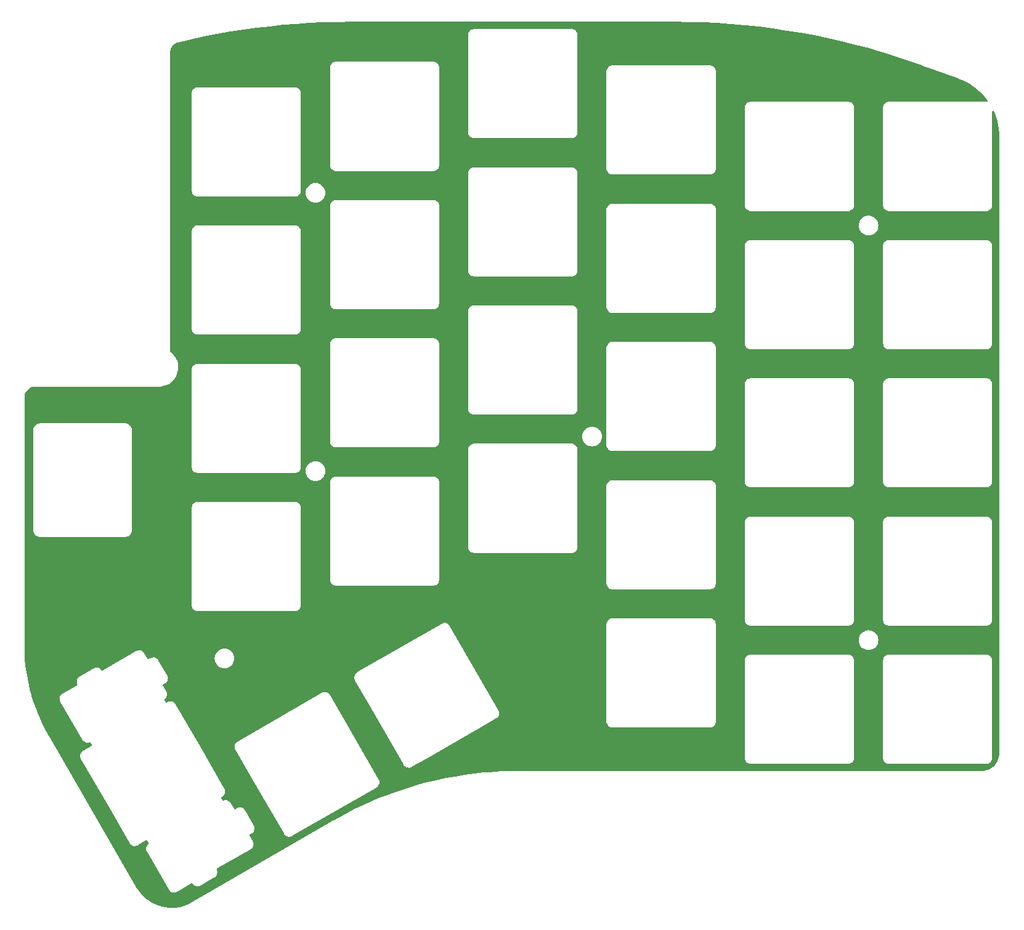
<source format=gbr>
%TF.GenerationSoftware,KiCad,Pcbnew,7.0.5*%
%TF.CreationDate,2023-11-25T23:01:16+09:00*%
%TF.ProjectId,Ultramarine-2_SwitchCover,556c7472-616d-4617-9269-6e652d325f53,rev?*%
%TF.SameCoordinates,Original*%
%TF.FileFunction,Copper,L1,Top*%
%TF.FilePolarity,Positive*%
%FSLAX46Y46*%
G04 Gerber Fmt 4.6, Leading zero omitted, Abs format (unit mm)*
G04 Created by KiCad (PCBNEW 7.0.5) date 2023-11-25 23:01:16*
%MOMM*%
%LPD*%
G01*
G04 APERTURE LIST*
G04 APERTURE END LIST*
%TA.AperFunction,NonConductor*%
G36*
X177821956Y-38519209D02*
G01*
X179750658Y-38575329D01*
X181677909Y-38668839D01*
X183602985Y-38799702D01*
X185525161Y-38967871D01*
X187443715Y-39173281D01*
X189357925Y-39415856D01*
X191267071Y-39695505D01*
X193170424Y-40012119D01*
X195067318Y-40365590D01*
X196956958Y-40755769D01*
X198838684Y-41182518D01*
X200377648Y-41563056D01*
X200711798Y-41645681D01*
X202575570Y-42145076D01*
X203912846Y-42531340D01*
X204234417Y-42624225D01*
X204429308Y-42680518D01*
X204580613Y-42727419D01*
X206272316Y-43251807D01*
X207107586Y-43528584D01*
X208103879Y-43858719D01*
X209922550Y-44500759D01*
X209923361Y-44501054D01*
X209985280Y-44523591D01*
X209985281Y-44523591D01*
X214836485Y-46289284D01*
X214836501Y-46289291D01*
X214845082Y-46292414D01*
X214845085Y-46292416D01*
X214906092Y-46314620D01*
X214907894Y-46315309D01*
X215295906Y-46470829D01*
X215412372Y-46517511D01*
X215416023Y-46519113D01*
X215905521Y-46752864D01*
X215909045Y-46754688D01*
X216105680Y-46864629D01*
X216382548Y-47019430D01*
X216385922Y-47021462D01*
X216841420Y-47316073D01*
X216844686Y-47318338D01*
X217280315Y-47641613D01*
X217283425Y-47644081D01*
X217697367Y-47994669D01*
X217700323Y-47997340D01*
X218090889Y-48373811D01*
X218093644Y-48376644D01*
X218459198Y-48777418D01*
X218461789Y-48780448D01*
X218800846Y-49203899D01*
X218803236Y-49207089D01*
X218871358Y-49304376D01*
X218893685Y-49370582D01*
X218876675Y-49438350D01*
X218825727Y-49486163D01*
X218769783Y-49499500D01*
X205221155Y-49499500D01*
X205066510Y-49530261D01*
X205066498Y-49530264D01*
X204920827Y-49590602D01*
X204920814Y-49590609D01*
X204789711Y-49678210D01*
X204789707Y-49678213D01*
X204678213Y-49789707D01*
X204678210Y-49789711D01*
X204590609Y-49920814D01*
X204590602Y-49920827D01*
X204530264Y-50066498D01*
X204530261Y-50066510D01*
X204499500Y-50221153D01*
X204499500Y-63778846D01*
X204530261Y-63933489D01*
X204530264Y-63933501D01*
X204590602Y-64079172D01*
X204590609Y-64079185D01*
X204678210Y-64210288D01*
X204678213Y-64210292D01*
X204789707Y-64321786D01*
X204789711Y-64321789D01*
X204920814Y-64409390D01*
X204920827Y-64409397D01*
X205066498Y-64469735D01*
X205066503Y-64469737D01*
X205221153Y-64500499D01*
X205221156Y-64500500D01*
X205221158Y-64500500D01*
X218778844Y-64500500D01*
X218778845Y-64500499D01*
X218933497Y-64469737D01*
X219079179Y-64409394D01*
X219210289Y-64321789D01*
X219321789Y-64210289D01*
X219409394Y-64079179D01*
X219469737Y-63933497D01*
X219500500Y-63778842D01*
X219500500Y-63700000D01*
X219500500Y-63634108D01*
X219500500Y-63634107D01*
X219500500Y-50845436D01*
X219520185Y-50778398D01*
X219572989Y-50732643D01*
X219642147Y-50722699D01*
X219705703Y-50751724D01*
X219737826Y-50795106D01*
X219873943Y-51101592D01*
X219875444Y-51105286D01*
X220063312Y-51614169D01*
X220064572Y-51617952D01*
X220219348Y-52137846D01*
X220220362Y-52141701D01*
X220341414Y-52670476D01*
X220342178Y-52674389D01*
X220428999Y-53209831D01*
X220429511Y-53213785D01*
X220481749Y-53753726D01*
X220482005Y-53757706D01*
X220499467Y-54300805D01*
X220499499Y-54302798D01*
X220499499Y-54377743D01*
X220499500Y-54377756D01*
X220499500Y-138998122D01*
X220499387Y-139001867D01*
X220481502Y-139297534D01*
X220480598Y-139304973D01*
X220427543Y-139594483D01*
X220425750Y-139601759D01*
X220338192Y-139882745D01*
X220335534Y-139889751D01*
X220214737Y-140158153D01*
X220211254Y-140164788D01*
X220058989Y-140416665D01*
X220054733Y-140422833D01*
X219873215Y-140654523D01*
X219868246Y-140660132D01*
X219660132Y-140868246D01*
X219654523Y-140873215D01*
X219471340Y-141016730D01*
X219445048Y-141037329D01*
X219422833Y-141054733D01*
X219416665Y-141058989D01*
X219164788Y-141211254D01*
X219158153Y-141214737D01*
X218889751Y-141335534D01*
X218882749Y-141338190D01*
X218789363Y-141367290D01*
X218601759Y-141425750D01*
X218594483Y-141427543D01*
X218304973Y-141480598D01*
X218297534Y-141481502D01*
X218001867Y-141499387D01*
X217998122Y-141499500D01*
X154321897Y-141499500D01*
X154321866Y-141499491D01*
X153609458Y-141499491D01*
X153609438Y-141499492D01*
X153425524Y-141504308D01*
X152287716Y-141534104D01*
X152287709Y-141534104D01*
X152287684Y-141534105D01*
X152287652Y-141534106D01*
X150967395Y-141603300D01*
X150967364Y-141603302D01*
X150967353Y-141603303D01*
X150509538Y-141639334D01*
X149649233Y-141707042D01*
X148334328Y-141845247D01*
X148334288Y-141845252D01*
X147023462Y-142017826D01*
X147023451Y-142017827D01*
X145717599Y-142224655D01*
X145717589Y-142224657D01*
X145717573Y-142224659D01*
X145717560Y-142224662D01*
X144417552Y-142465605D01*
X144417472Y-142465620D01*
X143124285Y-142740497D01*
X143124253Y-142740504D01*
X143124242Y-142740507D01*
X142665397Y-142850666D01*
X141838580Y-143049167D01*
X140561493Y-143391362D01*
X139293730Y-143766891D01*
X139293716Y-143766895D01*
X138036309Y-144175452D01*
X136789942Y-144616813D01*
X135555571Y-145090645D01*
X135555557Y-145090650D01*
X134564814Y-145501030D01*
X134340792Y-145593823D01*
X134334044Y-145596618D01*
X133126206Y-146134381D01*
X131932823Y-146703596D01*
X131932807Y-146703604D01*
X130754721Y-147303867D01*
X130754716Y-147303870D01*
X129592797Y-147934740D01*
X129049678Y-148248310D01*
X129049621Y-148248341D01*
X129020278Y-148265282D01*
X129020277Y-148265284D01*
X128963213Y-148298230D01*
X128963211Y-148298231D01*
X111833551Y-158188044D01*
X109495928Y-159537671D01*
X109495925Y-159537671D01*
X109495926Y-159537672D01*
X109447028Y-159565903D01*
X109444782Y-159567139D01*
X109045473Y-159776172D01*
X109040837Y-159778360D01*
X108626851Y-159953191D01*
X108622050Y-159954988D01*
X108195025Y-160095039D01*
X108190092Y-160096434D01*
X107752951Y-160200746D01*
X107747920Y-160201728D01*
X107303684Y-160269581D01*
X107298588Y-160270145D01*
X106850241Y-160301083D01*
X106845126Y-160301224D01*
X106623993Y-160298177D01*
X106395768Y-160295032D01*
X106390650Y-160294750D01*
X105943324Y-160251470D01*
X105938248Y-160250766D01*
X105874425Y-160239210D01*
X105496042Y-160170698D01*
X105491039Y-160169577D01*
X105056939Y-160053260D01*
X105052052Y-160051732D01*
X104629054Y-159899969D01*
X104624308Y-159898042D01*
X104215278Y-159711863D01*
X104210704Y-159709548D01*
X103818444Y-159490227D01*
X103814097Y-159487555D01*
X103441273Y-159236580D01*
X103437164Y-159233560D01*
X103262263Y-159093517D01*
X103086348Y-158952662D01*
X103082482Y-158949295D01*
X102756067Y-158640393D01*
X102752493Y-158636719D01*
X102452705Y-158301920D01*
X102449455Y-158297975D01*
X102178318Y-157939537D01*
X102175419Y-157935355D01*
X101934147Y-157554706D01*
X101932843Y-157552554D01*
X101900500Y-157496534D01*
X101900499Y-157496533D01*
X101896439Y-157489500D01*
X101896432Y-157489490D01*
X101798900Y-157320560D01*
X89823919Y-136579283D01*
X89823917Y-136579278D01*
X89815757Y-136565144D01*
X89815757Y-136565143D01*
X89782828Y-136508110D01*
X89703385Y-136364370D01*
X89340174Y-135707190D01*
X89339092Y-135705143D01*
X88927234Y-134889299D01*
X88926228Y-134887210D01*
X88545162Y-134056532D01*
X88544235Y-134054407D01*
X88317497Y-133507016D01*
X88194483Y-133210034D01*
X88193662Y-133207942D01*
X87875717Y-132351051D01*
X87874969Y-132348911D01*
X87670055Y-131726185D01*
X87618615Y-131569863D01*
X91331260Y-131569863D01*
X91351826Y-131726178D01*
X91351829Y-131726191D01*
X91402495Y-131875494D01*
X91402497Y-131875500D01*
X91422845Y-131910750D01*
X91422910Y-131910871D01*
X91437851Y-131936748D01*
X91441902Y-131943766D01*
X91441905Y-131943776D01*
X91441907Y-131943775D01*
X91441908Y-131943776D01*
X91474848Y-132000844D01*
X91476819Y-132004258D01*
X91476878Y-132004346D01*
X94432044Y-137122844D01*
X94432072Y-137122900D01*
X94466948Y-137183300D01*
X94485927Y-137216171D01*
X94486085Y-137216423D01*
X94506378Y-137251568D01*
X94506383Y-137251574D01*
X94610334Y-137370099D01*
X94610340Y-137370104D01*
X94610343Y-137370108D01*
X94610346Y-137370110D01*
X94610349Y-137370113D01*
X94735429Y-137466086D01*
X94735437Y-137466092D01*
X94876851Y-137535829D01*
X95029152Y-137576640D01*
X95029155Y-137576640D01*
X95029159Y-137576641D01*
X95186484Y-137586957D01*
X95186489Y-137586957D01*
X95342815Y-137566384D01*
X95471440Y-137522729D01*
X95541248Y-137519825D01*
X95601546Y-137555123D01*
X95618677Y-137578152D01*
X95619018Y-137578742D01*
X95772910Y-137845292D01*
X95785004Y-137866238D01*
X95801477Y-137934138D01*
X95778625Y-138000165D01*
X95739617Y-138035625D01*
X94618913Y-138682664D01*
X94618815Y-138682687D01*
X94506092Y-138747766D01*
X94387530Y-138851740D01*
X94291528Y-138976852D01*
X94291527Y-138976854D01*
X94279193Y-139001867D01*
X94221780Y-139118296D01*
X94180974Y-139270615D01*
X94180973Y-139270620D01*
X94170671Y-139427980D01*
X94170671Y-139427984D01*
X94180093Y-139499500D01*
X94191269Y-139584333D01*
X94241975Y-139733655D01*
X94241977Y-139733658D01*
X94245604Y-139739939D01*
X94245606Y-139739946D01*
X94281410Y-139801939D01*
X94283484Y-139805530D01*
X98207661Y-146602404D01*
X100955664Y-151362085D01*
X100955688Y-151362186D01*
X100981340Y-151406619D01*
X100981341Y-151406619D01*
X101020765Y-151474906D01*
X101124742Y-151593472D01*
X101249854Y-151689473D01*
X101391292Y-151759218D01*
X101391296Y-151759219D01*
X101543615Y-151800025D01*
X101543620Y-151800026D01*
X101556441Y-151800865D01*
X101700984Y-151810329D01*
X101857333Y-151789731D01*
X102006658Y-151739023D01*
X102012939Y-151735395D01*
X102012992Y-151735382D01*
X102078513Y-151697525D01*
X102078513Y-151697526D01*
X102078527Y-151697516D01*
X103240120Y-151026870D01*
X103308016Y-151010399D01*
X103374043Y-151033252D01*
X103409503Y-151072259D01*
X103575845Y-151360372D01*
X103592318Y-151428272D01*
X103569465Y-151494299D01*
X103550216Y-151515601D01*
X103497350Y-151561962D01*
X103461419Y-151593472D01*
X103448126Y-151605129D01*
X103352139Y-151730216D01*
X103282395Y-151871629D01*
X103241580Y-152023929D01*
X103241580Y-152023932D01*
X103231257Y-152181263D01*
X103231258Y-152181270D01*
X103251826Y-152337588D01*
X103302500Y-152486908D01*
X103322943Y-152522327D01*
X103322971Y-152522379D01*
X103339721Y-152551392D01*
X103339720Y-152551392D01*
X103341903Y-152555172D01*
X103341906Y-152555186D01*
X103341910Y-152555185D01*
X103376779Y-152615592D01*
X103376833Y-152615672D01*
X106332191Y-157734503D01*
X106332223Y-157734567D01*
X106366952Y-157794709D01*
X106385922Y-157827567D01*
X106386059Y-157827787D01*
X106406380Y-157862977D01*
X106510344Y-157981514D01*
X106510347Y-157981517D01*
X106557576Y-158017755D01*
X106635438Y-158077498D01*
X106776851Y-158147234D01*
X106929152Y-158188044D01*
X106929156Y-158188044D01*
X106929159Y-158188045D01*
X107086482Y-158198361D01*
X107086483Y-158198360D01*
X107086487Y-158198361D01*
X107242812Y-158177789D01*
X107392121Y-158127116D01*
X107427614Y-158106627D01*
X107427698Y-158106584D01*
X107429432Y-158105582D01*
X107429434Y-158105582D01*
X107460390Y-158087709D01*
X107460400Y-158087707D01*
X107460399Y-158087705D01*
X107478081Y-158077498D01*
X107517467Y-158054763D01*
X107517469Y-158054760D01*
X107525276Y-158050254D01*
X107525355Y-158050201D01*
X107617443Y-157997034D01*
X109457005Y-156934962D01*
X109524904Y-156918490D01*
X109590931Y-156941343D01*
X109626385Y-156980340D01*
X109641087Y-157005799D01*
X109641087Y-157005800D01*
X109641089Y-157005802D01*
X109745076Y-157124354D01*
X109870193Y-157220340D01*
X110011633Y-157290072D01*
X110163959Y-157330869D01*
X110163965Y-157330869D01*
X110163968Y-157330870D01*
X110321315Y-157341164D01*
X110321317Y-157341164D01*
X110321317Y-157341163D01*
X110321318Y-157341164D01*
X110477661Y-157320561D01*
X110626980Y-157269852D01*
X110690871Y-157232952D01*
X110690894Y-157232946D01*
X110690891Y-157232941D01*
X110691368Y-157232665D01*
X110695261Y-157230419D01*
X110696507Y-157229699D01*
X112533108Y-156169335D01*
X112533133Y-156169325D01*
X112543396Y-156163399D01*
X112543397Y-156163399D01*
X112600460Y-156130452D01*
X112668739Y-156091030D01*
X112787290Y-155987061D01*
X112883281Y-155861962D01*
X112953022Y-155720541D01*
X112993833Y-155568230D01*
X113004146Y-155410885D01*
X112983566Y-155254551D01*
X112932881Y-155105236D01*
X112918205Y-155079816D01*
X112901735Y-155011917D01*
X112924588Y-154945890D01*
X112963592Y-154910433D01*
X117583806Y-152242951D01*
X117592893Y-152237707D01*
X117592892Y-152237706D01*
X117594709Y-152236656D01*
X117645634Y-152207270D01*
X117645861Y-152207077D01*
X117661152Y-152198252D01*
X117779713Y-152094295D01*
X117875715Y-151969205D01*
X117945468Y-151827789D01*
X117986291Y-151675483D01*
X117996615Y-151518138D01*
X117981939Y-151406604D01*
X117976045Y-151361807D01*
X117976045Y-151361806D01*
X117966132Y-151332597D01*
X117925368Y-151212486D01*
X117904900Y-151177030D01*
X117904868Y-151176969D01*
X117903838Y-151175185D01*
X117903837Y-151175182D01*
X117885952Y-151144204D01*
X117853010Y-151087138D01*
X117853008Y-151087136D01*
X117851129Y-151083881D01*
X117851090Y-151083822D01*
X117435687Y-150364322D01*
X117419214Y-150296422D01*
X117442067Y-150230395D01*
X117481072Y-150194936D01*
X117750668Y-150039286D01*
X117750674Y-150039280D01*
X117752136Y-150038437D01*
X117753069Y-150037853D01*
X117767336Y-150029615D01*
X117787915Y-150017736D01*
X117906462Y-149913778D01*
X118002452Y-149788691D01*
X118072196Y-149647282D01*
X118113015Y-149494985D01*
X118123340Y-149337650D01*
X118102774Y-149181325D01*
X118052107Y-149032014D01*
X118048485Y-149025738D01*
X118048484Y-149025734D01*
X118031672Y-148996608D01*
X118031613Y-148996496D01*
X118015008Y-148967736D01*
X117977796Y-148903266D01*
X117977720Y-148903152D01*
X116850465Y-146950691D01*
X116850438Y-146950632D01*
X116812651Y-146885194D01*
X116793758Y-146852470D01*
X116793589Y-146852200D01*
X116787638Y-146841895D01*
X116773223Y-146816930D01*
X116773220Y-146816927D01*
X116773220Y-146816926D01*
X116669266Y-146698397D01*
X116669260Y-146698391D01*
X116669258Y-146698389D01*
X116669254Y-146698386D01*
X116669251Y-146698383D01*
X116544170Y-146602410D01*
X116544165Y-146602406D01*
X116523461Y-146592196D01*
X116402749Y-146532667D01*
X116250450Y-146491856D01*
X116093121Y-146481539D01*
X116093114Y-146481540D01*
X115936791Y-146502112D01*
X115936783Y-146502114D01*
X115787486Y-146552780D01*
X115751663Y-146573458D01*
X115751578Y-146573503D01*
X115719977Y-146591747D01*
X115719978Y-146591748D01*
X115719804Y-146591849D01*
X115719204Y-146592196D01*
X115662137Y-146625136D01*
X115662135Y-146625137D01*
X115658730Y-146627103D01*
X115658644Y-146627159D01*
X115480574Y-146729968D01*
X115412674Y-146746441D01*
X115346647Y-146723589D01*
X115311187Y-146684581D01*
X115309755Y-146682100D01*
X114898488Y-145969766D01*
X114898439Y-145969663D01*
X114886621Y-145949198D01*
X114886596Y-145949097D01*
X114860938Y-145904667D01*
X114860939Y-145904667D01*
X114821512Y-145836393D01*
X114717536Y-145717851D01*
X114717531Y-145717847D01*
X114717528Y-145717844D01*
X114592433Y-145621872D01*
X114592434Y-145621872D01*
X114592432Y-145621871D01*
X114451007Y-145552139D01*
X114451000Y-145552137D01*
X114298702Y-145511337D01*
X114298693Y-145511335D01*
X114141353Y-145501030D01*
X113985021Y-145521616D01*
X113985018Y-145521616D01*
X113985017Y-145521617D01*
X113856440Y-145565265D01*
X113786631Y-145568175D01*
X113726330Y-145532881D01*
X113709196Y-145509850D01*
X113542867Y-145221760D01*
X113526394Y-145153860D01*
X113549247Y-145087833D01*
X113588252Y-145052374D01*
X113635089Y-145025333D01*
X113635190Y-145025308D01*
X113679618Y-144999658D01*
X113679619Y-144999659D01*
X113747906Y-144960235D01*
X113866472Y-144856258D01*
X113962473Y-144731146D01*
X114032218Y-144589708D01*
X114073026Y-144437379D01*
X114083329Y-144280016D01*
X114062731Y-144123667D01*
X114012023Y-143974342D01*
X114008393Y-143968057D01*
X114008386Y-143968026D01*
X113970507Y-143902456D01*
X113883835Y-143752335D01*
X110652203Y-138154984D01*
X115374671Y-138154984D01*
X115387520Y-138252516D01*
X115395269Y-138311333D01*
X115445975Y-138460655D01*
X115445977Y-138460658D01*
X115449604Y-138466939D01*
X115449606Y-138466946D01*
X115485410Y-138528939D01*
X115487484Y-138532530D01*
X117890702Y-142695026D01*
X122159664Y-150089086D01*
X122159688Y-150089185D01*
X122185341Y-150133618D01*
X122185341Y-150133619D01*
X122224765Y-150201906D01*
X122328742Y-150320472D01*
X122453854Y-150416473D01*
X122595292Y-150486218D01*
X122595296Y-150486219D01*
X122747615Y-150527025D01*
X122747620Y-150527026D01*
X122760441Y-150527865D01*
X122904984Y-150537329D01*
X123061333Y-150516731D01*
X123210658Y-150466023D01*
X123216944Y-150462392D01*
X123217004Y-150462377D01*
X123282531Y-150424515D01*
X123282531Y-150424516D01*
X123282553Y-150424501D01*
X134839087Y-143752334D01*
X134839188Y-143752310D01*
X134883618Y-143726658D01*
X134883619Y-143726659D01*
X134951906Y-143687235D01*
X135070472Y-143583258D01*
X135166473Y-143458146D01*
X135236218Y-143316708D01*
X135277026Y-143164379D01*
X135287329Y-143007016D01*
X135266731Y-142850667D01*
X135216023Y-142701342D01*
X135212393Y-142695057D01*
X135212386Y-142695026D01*
X135174507Y-142629456D01*
X128502628Y-131073423D01*
X128502603Y-131073319D01*
X128476659Y-131028381D01*
X128437235Y-130960094D01*
X128437232Y-130960091D01*
X128437232Y-130960090D01*
X128356663Y-130868217D01*
X128333258Y-130841528D01*
X128208146Y-130745527D01*
X128066708Y-130675782D01*
X128066705Y-130675781D01*
X128066703Y-130675780D01*
X127914384Y-130634974D01*
X127914379Y-130634973D01*
X127757019Y-130624671D01*
X127757018Y-130624671D01*
X127757016Y-130624671D01*
X127639754Y-130640119D01*
X127600666Y-130645269D01*
X127451342Y-130695977D01*
X127385037Y-130734269D01*
X127385036Y-130734268D01*
X127383066Y-130735407D01*
X127379467Y-130737485D01*
X115822913Y-137409664D01*
X115822815Y-137409687D01*
X115710092Y-137474766D01*
X115591530Y-137578740D01*
X115591528Y-137578742D01*
X115546854Y-137636962D01*
X115495528Y-137703852D01*
X115495527Y-137703854D01*
X115429374Y-137838005D01*
X115425780Y-137845296D01*
X115384974Y-137997615D01*
X115384973Y-137997620D01*
X115375332Y-138144885D01*
X115374671Y-138154984D01*
X110652203Y-138154984D01*
X107298628Y-132346423D01*
X107298603Y-132346319D01*
X107272659Y-132301381D01*
X107233235Y-132233094D01*
X107233232Y-132233091D01*
X107233232Y-132233090D01*
X107191385Y-132185372D01*
X107129258Y-132114528D01*
X107004146Y-132018527D01*
X106862708Y-131948782D01*
X106862705Y-131948781D01*
X106862703Y-131948780D01*
X106710384Y-131907974D01*
X106710379Y-131907973D01*
X106553019Y-131897671D01*
X106553018Y-131897671D01*
X106553016Y-131897671D01*
X106438210Y-131912796D01*
X106396666Y-131918269D01*
X106247342Y-131968977D01*
X106181019Y-132007278D01*
X106181006Y-132007287D01*
X106179061Y-132008410D01*
X106175433Y-132010504D01*
X106175424Y-132010508D01*
X106087754Y-132061125D01*
X106019853Y-132077598D01*
X105953826Y-132054745D01*
X105918367Y-132015738D01*
X105837397Y-131875494D01*
X105752019Y-131727616D01*
X105735547Y-131659718D01*
X105758399Y-131593691D01*
X105777652Y-131572386D01*
X105879720Y-131482891D01*
X105975721Y-131357800D01*
X106045473Y-131216383D01*
X106086294Y-131064075D01*
X106096617Y-130906730D01*
X106076044Y-130750394D01*
X106025366Y-130601076D01*
X106004746Y-130565357D01*
X106004718Y-130565304D01*
X106003837Y-130563778D01*
X105985949Y-130532795D01*
X105953006Y-130475729D01*
X105953005Y-130475728D01*
X105951133Y-130472485D01*
X105951105Y-130472444D01*
X105907941Y-130397682D01*
X105535685Y-129752915D01*
X105519213Y-129685018D01*
X105542066Y-129618991D01*
X105581070Y-129583533D01*
X105748462Y-129486889D01*
X105748466Y-129486888D01*
X105762598Y-129478729D01*
X105762599Y-129478729D01*
X105819663Y-129445783D01*
X105819662Y-129445782D01*
X105872482Y-129415288D01*
X105872628Y-129415163D01*
X105887921Y-129406335D01*
X106006469Y-129302375D01*
X106102459Y-129177287D01*
X106172202Y-129035876D01*
X106213019Y-128883577D01*
X106223342Y-128726241D01*
X106213967Y-128654984D01*
X131829671Y-128654984D01*
X131841670Y-128746063D01*
X131850269Y-128811333D01*
X131900975Y-128960655D01*
X131900977Y-128960658D01*
X131904604Y-128966939D01*
X131904606Y-128966946D01*
X131940410Y-129028939D01*
X131942484Y-129032530D01*
X133857828Y-132350003D01*
X138614664Y-140589086D01*
X138614688Y-140589185D01*
X138640341Y-140633618D01*
X138640341Y-140633619D01*
X138679765Y-140701906D01*
X138783742Y-140820472D01*
X138908854Y-140916473D01*
X139050292Y-140986218D01*
X139050296Y-140986219D01*
X139202615Y-141027025D01*
X139202620Y-141027026D01*
X139215441Y-141027865D01*
X139359984Y-141037329D01*
X139516333Y-141016731D01*
X139665658Y-140966023D01*
X139671944Y-140962392D01*
X139672004Y-140962377D01*
X139737531Y-140924515D01*
X139737531Y-140924516D01*
X139737553Y-140924501D01*
X141721886Y-139778846D01*
X185499500Y-139778846D01*
X185530261Y-139933489D01*
X185530264Y-139933501D01*
X185590602Y-140079172D01*
X185590609Y-140079185D01*
X185678210Y-140210288D01*
X185678213Y-140210292D01*
X185789707Y-140321786D01*
X185789711Y-140321789D01*
X185920814Y-140409390D01*
X185920827Y-140409397D01*
X186066498Y-140469735D01*
X186066503Y-140469737D01*
X186221153Y-140500499D01*
X186221156Y-140500500D01*
X186221158Y-140500500D01*
X199778844Y-140500500D01*
X199778845Y-140500499D01*
X199933497Y-140469737D01*
X200079179Y-140409394D01*
X200210289Y-140321789D01*
X200321789Y-140210289D01*
X200409394Y-140079179D01*
X200469737Y-139933497D01*
X200500499Y-139778846D01*
X204499500Y-139778846D01*
X204530261Y-139933489D01*
X204530264Y-139933501D01*
X204590602Y-140079172D01*
X204590609Y-140079185D01*
X204678210Y-140210288D01*
X204678213Y-140210292D01*
X204789707Y-140321786D01*
X204789711Y-140321789D01*
X204920814Y-140409390D01*
X204920827Y-140409397D01*
X205066498Y-140469735D01*
X205066503Y-140469737D01*
X205221153Y-140500499D01*
X205221156Y-140500500D01*
X205221158Y-140500500D01*
X218778844Y-140500500D01*
X218778845Y-140500499D01*
X218933497Y-140469737D01*
X219079179Y-140409394D01*
X219210289Y-140321789D01*
X219321789Y-140210289D01*
X219409394Y-140079179D01*
X219469737Y-139933497D01*
X219500500Y-139778842D01*
X219500500Y-139700000D01*
X219500500Y-139634108D01*
X219500500Y-139634107D01*
X219500500Y-126264201D01*
X219500500Y-126264200D01*
X219500500Y-126221158D01*
X219500499Y-126221158D01*
X219500500Y-126221155D01*
X219500499Y-126221153D01*
X219483369Y-126135037D01*
X219469737Y-126066503D01*
X219448689Y-126015688D01*
X219409397Y-125920827D01*
X219409390Y-125920814D01*
X219321789Y-125789711D01*
X219321786Y-125789707D01*
X219210292Y-125678213D01*
X219210288Y-125678210D01*
X219079185Y-125590609D01*
X219079172Y-125590602D01*
X218933501Y-125530264D01*
X218933489Y-125530261D01*
X218778845Y-125499500D01*
X218778842Y-125499500D01*
X218735799Y-125499500D01*
X205365892Y-125499500D01*
X205300000Y-125499500D01*
X205221158Y-125499500D01*
X205221155Y-125499500D01*
X205066510Y-125530261D01*
X205066498Y-125530264D01*
X204920827Y-125590602D01*
X204920814Y-125590609D01*
X204789711Y-125678210D01*
X204789707Y-125678213D01*
X204678213Y-125789707D01*
X204678210Y-125789711D01*
X204590609Y-125920814D01*
X204590602Y-125920827D01*
X204530264Y-126066498D01*
X204530261Y-126066510D01*
X204499500Y-126221153D01*
X204499500Y-139778846D01*
X200500499Y-139778846D01*
X200500500Y-139778842D01*
X200500500Y-139700000D01*
X200500500Y-139634108D01*
X200500500Y-126264201D01*
X200500500Y-126264200D01*
X200500500Y-126221158D01*
X200500500Y-126221155D01*
X200500499Y-126221153D01*
X200483369Y-126135037D01*
X200469737Y-126066503D01*
X200448689Y-126015688D01*
X200409397Y-125920827D01*
X200409390Y-125920814D01*
X200321789Y-125789711D01*
X200321786Y-125789707D01*
X200210292Y-125678213D01*
X200210288Y-125678210D01*
X200079185Y-125590609D01*
X200079172Y-125590602D01*
X199933501Y-125530264D01*
X199933489Y-125530261D01*
X199778845Y-125499500D01*
X199778842Y-125499500D01*
X199735799Y-125499500D01*
X186365892Y-125499500D01*
X186300000Y-125499500D01*
X186221158Y-125499500D01*
X186221155Y-125499500D01*
X186066510Y-125530261D01*
X186066498Y-125530264D01*
X185920827Y-125590602D01*
X185920814Y-125590609D01*
X185789711Y-125678210D01*
X185789707Y-125678213D01*
X185678213Y-125789707D01*
X185678210Y-125789711D01*
X185590609Y-125920814D01*
X185590602Y-125920827D01*
X185530264Y-126066498D01*
X185530261Y-126066510D01*
X185499500Y-126221153D01*
X185499500Y-139778846D01*
X141721886Y-139778846D01*
X150382141Y-134778846D01*
X166499500Y-134778846D01*
X166530261Y-134933489D01*
X166530264Y-134933501D01*
X166590602Y-135079172D01*
X166590609Y-135079185D01*
X166678210Y-135210288D01*
X166678213Y-135210292D01*
X166789707Y-135321786D01*
X166789711Y-135321789D01*
X166920814Y-135409390D01*
X166920827Y-135409397D01*
X167066498Y-135469735D01*
X167066503Y-135469737D01*
X167221153Y-135500499D01*
X167221156Y-135500500D01*
X167221158Y-135500500D01*
X180778844Y-135500500D01*
X180778845Y-135500499D01*
X180933497Y-135469737D01*
X181079179Y-135409394D01*
X181210289Y-135321789D01*
X181321789Y-135210289D01*
X181409394Y-135079179D01*
X181469737Y-134933497D01*
X181500500Y-134778842D01*
X181500500Y-134700000D01*
X181500500Y-134634108D01*
X181500500Y-123500000D01*
X201144341Y-123500000D01*
X201164936Y-123735403D01*
X201164938Y-123735413D01*
X201226094Y-123963655D01*
X201226096Y-123963659D01*
X201226097Y-123963663D01*
X201276031Y-124070746D01*
X201325964Y-124177828D01*
X201325965Y-124177830D01*
X201461505Y-124371402D01*
X201628597Y-124538494D01*
X201822169Y-124674034D01*
X201822171Y-124674035D01*
X202036337Y-124773903D01*
X202264592Y-124835063D01*
X202441032Y-124850499D01*
X202441033Y-124850500D01*
X202441034Y-124850500D01*
X202558967Y-124850500D01*
X202558967Y-124850499D01*
X202735408Y-124835063D01*
X202963663Y-124773903D01*
X203177829Y-124674035D01*
X203371401Y-124538495D01*
X203538495Y-124371401D01*
X203674035Y-124177830D01*
X203773903Y-123963663D01*
X203835063Y-123735408D01*
X203855659Y-123500000D01*
X203835063Y-123264592D01*
X203773903Y-123036337D01*
X203674035Y-122822171D01*
X203674034Y-122822169D01*
X203538494Y-122628597D01*
X203371402Y-122461505D01*
X203177830Y-122325965D01*
X203177828Y-122325964D01*
X203070746Y-122276030D01*
X202963663Y-122226097D01*
X202963659Y-122226096D01*
X202963655Y-122226094D01*
X202735413Y-122164938D01*
X202735403Y-122164936D01*
X202558967Y-122149500D01*
X202558966Y-122149500D01*
X202441034Y-122149500D01*
X202441033Y-122149500D01*
X202264596Y-122164936D01*
X202264586Y-122164938D01*
X202036344Y-122226094D01*
X202036335Y-122226098D01*
X201822171Y-122325964D01*
X201822169Y-122325965D01*
X201628597Y-122461505D01*
X201461506Y-122628597D01*
X201461501Y-122628604D01*
X201325967Y-122822165D01*
X201325965Y-122822169D01*
X201226098Y-123036335D01*
X201226094Y-123036344D01*
X201164938Y-123264586D01*
X201164936Y-123264596D01*
X201144341Y-123499999D01*
X201144341Y-123500000D01*
X181500500Y-123500000D01*
X181500500Y-121264201D01*
X181500500Y-121221158D01*
X181500500Y-121221157D01*
X181500500Y-121221155D01*
X181500499Y-121221153D01*
X181491474Y-121175780D01*
X181469737Y-121066503D01*
X181469735Y-121066498D01*
X181409397Y-120920827D01*
X181409390Y-120920814D01*
X181321789Y-120789711D01*
X181321786Y-120789707D01*
X181310925Y-120778846D01*
X185499500Y-120778846D01*
X185530261Y-120933489D01*
X185530264Y-120933501D01*
X185590602Y-121079172D01*
X185590609Y-121079185D01*
X185678210Y-121210288D01*
X185678213Y-121210292D01*
X185789707Y-121321786D01*
X185789711Y-121321789D01*
X185920814Y-121409390D01*
X185920827Y-121409397D01*
X186066498Y-121469735D01*
X186066503Y-121469737D01*
X186221153Y-121500499D01*
X186221156Y-121500500D01*
X186221158Y-121500500D01*
X199778844Y-121500500D01*
X199778845Y-121500499D01*
X199933497Y-121469737D01*
X200079179Y-121409394D01*
X200210289Y-121321789D01*
X200321789Y-121210289D01*
X200409394Y-121079179D01*
X200469737Y-120933497D01*
X200500499Y-120778846D01*
X204499500Y-120778846D01*
X204530261Y-120933489D01*
X204530264Y-120933501D01*
X204590602Y-121079172D01*
X204590609Y-121079185D01*
X204678210Y-121210288D01*
X204678213Y-121210292D01*
X204789707Y-121321786D01*
X204789711Y-121321789D01*
X204920814Y-121409390D01*
X204920827Y-121409397D01*
X205066498Y-121469735D01*
X205066503Y-121469737D01*
X205221153Y-121500499D01*
X205221156Y-121500500D01*
X205221158Y-121500500D01*
X218778844Y-121500500D01*
X218778845Y-121500499D01*
X218933497Y-121469737D01*
X219079179Y-121409394D01*
X219210289Y-121321789D01*
X219321789Y-121210289D01*
X219409394Y-121079179D01*
X219469737Y-120933497D01*
X219500500Y-120778842D01*
X219500500Y-120700000D01*
X219500500Y-120634108D01*
X219500500Y-107264201D01*
X219500500Y-107221158D01*
X219500499Y-107221158D01*
X219500500Y-107221155D01*
X219500499Y-107221153D01*
X219469738Y-107066510D01*
X219469737Y-107066503D01*
X219469735Y-107066498D01*
X219409397Y-106920827D01*
X219409390Y-106920814D01*
X219321789Y-106789711D01*
X219321786Y-106789707D01*
X219210292Y-106678213D01*
X219210288Y-106678210D01*
X219079185Y-106590609D01*
X219079172Y-106590602D01*
X218933501Y-106530264D01*
X218933489Y-106530261D01*
X218778845Y-106499500D01*
X218778842Y-106499500D01*
X218735799Y-106499500D01*
X205365892Y-106499500D01*
X205300000Y-106499500D01*
X205221158Y-106499500D01*
X205221155Y-106499500D01*
X205066510Y-106530261D01*
X205066498Y-106530264D01*
X204920827Y-106590602D01*
X204920814Y-106590609D01*
X204789711Y-106678210D01*
X204789707Y-106678213D01*
X204678213Y-106789707D01*
X204678210Y-106789711D01*
X204590609Y-106920814D01*
X204590602Y-106920827D01*
X204530264Y-107066498D01*
X204530261Y-107066510D01*
X204499500Y-107221153D01*
X204499500Y-120778846D01*
X200500499Y-120778846D01*
X200500500Y-120778842D01*
X200500500Y-120700000D01*
X200500500Y-120634108D01*
X200500500Y-107264201D01*
X200500500Y-107221158D01*
X200500500Y-107221157D01*
X200500500Y-107221155D01*
X200500499Y-107221153D01*
X200469738Y-107066510D01*
X200469737Y-107066503D01*
X200469735Y-107066498D01*
X200409397Y-106920827D01*
X200409390Y-106920814D01*
X200321789Y-106789711D01*
X200321786Y-106789707D01*
X200210292Y-106678213D01*
X200210288Y-106678210D01*
X200079185Y-106590609D01*
X200079172Y-106590602D01*
X199933501Y-106530264D01*
X199933489Y-106530261D01*
X199778845Y-106499500D01*
X199778842Y-106499500D01*
X199735799Y-106499500D01*
X186365892Y-106499500D01*
X186300000Y-106499500D01*
X186221158Y-106499500D01*
X186221155Y-106499500D01*
X186066510Y-106530261D01*
X186066498Y-106530264D01*
X185920827Y-106590602D01*
X185920814Y-106590609D01*
X185789711Y-106678210D01*
X185789707Y-106678213D01*
X185678213Y-106789707D01*
X185678210Y-106789711D01*
X185590609Y-106920814D01*
X185590602Y-106920827D01*
X185530264Y-107066498D01*
X185530261Y-107066510D01*
X185499500Y-107221153D01*
X185499500Y-120778846D01*
X181310925Y-120778846D01*
X181210292Y-120678213D01*
X181210288Y-120678210D01*
X181079185Y-120590609D01*
X181079172Y-120590602D01*
X180933501Y-120530264D01*
X180933489Y-120530261D01*
X180778845Y-120499500D01*
X180778842Y-120499500D01*
X180735799Y-120499500D01*
X167365892Y-120499500D01*
X167300000Y-120499500D01*
X167221158Y-120499500D01*
X167221155Y-120499500D01*
X167066510Y-120530261D01*
X167066498Y-120530264D01*
X166920827Y-120590602D01*
X166920814Y-120590609D01*
X166789711Y-120678210D01*
X166789707Y-120678213D01*
X166678213Y-120789707D01*
X166678210Y-120789711D01*
X166590609Y-120920814D01*
X166590602Y-120920827D01*
X166530264Y-121066498D01*
X166530261Y-121066510D01*
X166499500Y-121221153D01*
X166499500Y-134778846D01*
X150382141Y-134778846D01*
X151294087Y-134252334D01*
X151294188Y-134252310D01*
X151338618Y-134226658D01*
X151338619Y-134226659D01*
X151406906Y-134187235D01*
X151525472Y-134083258D01*
X151621473Y-133958146D01*
X151691218Y-133816708D01*
X151732026Y-133664379D01*
X151742329Y-133507016D01*
X151721731Y-133350667D01*
X151671023Y-133201342D01*
X151667393Y-133195057D01*
X151667386Y-133195026D01*
X151629507Y-133129456D01*
X151551736Y-132994752D01*
X144957628Y-121573423D01*
X144957603Y-121573319D01*
X144931659Y-121528381D01*
X144892235Y-121460094D01*
X144892232Y-121460091D01*
X144892232Y-121460090D01*
X144847770Y-121409390D01*
X144788258Y-121341528D01*
X144663146Y-121245527D01*
X144521708Y-121175782D01*
X144521705Y-121175781D01*
X144521703Y-121175780D01*
X144369384Y-121134974D01*
X144369379Y-121134973D01*
X144212019Y-121124671D01*
X144212018Y-121124671D01*
X144212016Y-121124671D01*
X144094754Y-121140119D01*
X144055666Y-121145269D01*
X143906342Y-121195977D01*
X143840037Y-121234269D01*
X143840036Y-121234268D01*
X143838066Y-121235407D01*
X143834467Y-121237485D01*
X132277913Y-127909664D01*
X132277815Y-127909687D01*
X132165092Y-127974766D01*
X132046530Y-128078740D01*
X131950528Y-128203852D01*
X131950527Y-128203854D01*
X131884374Y-128338005D01*
X131880780Y-128345296D01*
X131839974Y-128497615D01*
X131839973Y-128497620D01*
X131835240Y-128569919D01*
X131829671Y-128654984D01*
X106213967Y-128654984D01*
X106202774Y-128569914D01*
X106171436Y-128477567D01*
X106152106Y-128420605D01*
X106152104Y-128420601D01*
X106131656Y-128385176D01*
X106131598Y-128385066D01*
X106115527Y-128357231D01*
X106108638Y-128345296D01*
X106079754Y-128295256D01*
X106079752Y-128295254D01*
X106077771Y-128291822D01*
X106077708Y-128291728D01*
X104950150Y-126338739D01*
X104950123Y-126338683D01*
X104945600Y-126330851D01*
X104945600Y-126330848D01*
X104912651Y-126273789D01*
X104912651Y-126273786D01*
X104893733Y-126241020D01*
X104893553Y-126240733D01*
X104890475Y-126235403D01*
X104873220Y-126205519D01*
X104769254Y-126086981D01*
X104769249Y-126086977D01*
X104769247Y-126086975D01*
X104655891Y-126000000D01*
X112644341Y-126000000D01*
X112664936Y-126235403D01*
X112664938Y-126235413D01*
X112726094Y-126463655D01*
X112726096Y-126463659D01*
X112726097Y-126463663D01*
X112743275Y-126500500D01*
X112825964Y-126677828D01*
X112825965Y-126677830D01*
X112961505Y-126871402D01*
X113128597Y-127038494D01*
X113322169Y-127174034D01*
X113322171Y-127174035D01*
X113536337Y-127273903D01*
X113536343Y-127273904D01*
X113536344Y-127273905D01*
X113586851Y-127287438D01*
X113764592Y-127335063D01*
X113941032Y-127350499D01*
X113941033Y-127350500D01*
X113941034Y-127350500D01*
X114058967Y-127350500D01*
X114058967Y-127350499D01*
X114235408Y-127335063D01*
X114463663Y-127273903D01*
X114677829Y-127174035D01*
X114871401Y-127038495D01*
X115038495Y-126871401D01*
X115174035Y-126677830D01*
X115273903Y-126463663D01*
X115335063Y-126235408D01*
X115355659Y-126000000D01*
X115354871Y-125990999D01*
X115344297Y-125870136D01*
X115335063Y-125764592D01*
X115273903Y-125536337D01*
X115174035Y-125322171D01*
X115174034Y-125322169D01*
X115038494Y-125128597D01*
X114871402Y-124961505D01*
X114677830Y-124825965D01*
X114677828Y-124825964D01*
X114566187Y-124773905D01*
X114463663Y-124726097D01*
X114463659Y-124726096D01*
X114463655Y-124726094D01*
X114235413Y-124664938D01*
X114235403Y-124664936D01*
X114058967Y-124649500D01*
X114058966Y-124649500D01*
X113941034Y-124649500D01*
X113941033Y-124649500D01*
X113764596Y-124664936D01*
X113764586Y-124664938D01*
X113536344Y-124726094D01*
X113536335Y-124726098D01*
X113322171Y-124825964D01*
X113322169Y-124825965D01*
X113128597Y-124961505D01*
X112961506Y-125128597D01*
X112961501Y-125128604D01*
X112825967Y-125322165D01*
X112825965Y-125322169D01*
X112726098Y-125536335D01*
X112726094Y-125536344D01*
X112664938Y-125764586D01*
X112664936Y-125764596D01*
X112644341Y-125999999D01*
X112644341Y-126000000D01*
X104655891Y-126000000D01*
X104644164Y-125991002D01*
X104644160Y-125990999D01*
X104502747Y-125921264D01*
X104350452Y-125880454D01*
X104350447Y-125880453D01*
X104193121Y-125870136D01*
X104193114Y-125870137D01*
X104036789Y-125890708D01*
X104036788Y-125890709D01*
X103887487Y-125941378D01*
X103887481Y-125941380D01*
X103851971Y-125961877D01*
X103851874Y-125961929D01*
X103821638Y-125979386D01*
X103821637Y-125979385D01*
X103819805Y-125980444D01*
X103819207Y-125980790D01*
X103801519Y-125991000D01*
X103758746Y-126015688D01*
X103758647Y-126015753D01*
X103580574Y-126118564D01*
X103512674Y-126135037D01*
X103446647Y-126112185D01*
X103411187Y-126073177D01*
X103357850Y-125980794D01*
X102998206Y-125357873D01*
X102998154Y-125357765D01*
X102993863Y-125350334D01*
X102986694Y-125337921D01*
X102986668Y-125337814D01*
X102960937Y-125293257D01*
X102960938Y-125293257D01*
X102921511Y-125224984D01*
X102817534Y-125106444D01*
X102692431Y-125010466D01*
X102692432Y-125010466D01*
X102551007Y-124940735D01*
X102398701Y-124899932D01*
X102398698Y-124899931D01*
X102241355Y-124889626D01*
X102085026Y-124910210D01*
X102085023Y-124910211D01*
X101935712Y-124960897D01*
X101900960Y-124980960D01*
X101900949Y-124980967D01*
X101898434Y-124982418D01*
X101898436Y-124982418D01*
X101832878Y-125020267D01*
X101830391Y-125021702D01*
X101824508Y-125025098D01*
X101824508Y-125025099D01*
X97238089Y-127673070D01*
X97170189Y-127689543D01*
X97104162Y-127666690D01*
X97068701Y-127627682D01*
X97054034Y-127602277D01*
X97040983Y-127587395D01*
X96950067Y-127483723D01*
X96824969Y-127387730D01*
X96683548Y-127317987D01*
X96683546Y-127317986D01*
X96589265Y-127292723D01*
X96531238Y-127277174D01*
X96531234Y-127277173D01*
X96531232Y-127277173D01*
X96373895Y-127266858D01*
X96217559Y-127287438D01*
X96217554Y-127287439D01*
X96068244Y-127338120D01*
X96068244Y-127338121D01*
X96035166Y-127357216D01*
X96035162Y-127357219D01*
X95999961Y-127377540D01*
X95999962Y-127377541D01*
X95939737Y-127412310D01*
X95939732Y-127412314D01*
X94155448Y-128442470D01*
X94155304Y-128442542D01*
X94140192Y-128451270D01*
X94140136Y-128451283D01*
X94026364Y-128516991D01*
X94026353Y-128516999D01*
X93907829Y-128620966D01*
X93907827Y-128620968D01*
X93811859Y-128746058D01*
X93811857Y-128746063D01*
X93742130Y-128887477D01*
X93703267Y-129032530D01*
X93701325Y-129039780D01*
X93691013Y-129197101D01*
X93711589Y-129353427D01*
X93762264Y-129502738D01*
X93776955Y-129528189D01*
X93793420Y-129596091D01*
X93770561Y-129662116D01*
X93731561Y-129697565D01*
X91771525Y-130829193D01*
X91734942Y-130850313D01*
X91734942Y-130850314D01*
X91723903Y-130856687D01*
X91702446Y-130869075D01*
X91701600Y-130869604D01*
X91666685Y-130889762D01*
X91548139Y-130993719D01*
X91548134Y-130993724D01*
X91452146Y-131118808D01*
X91452146Y-131118809D01*
X91382401Y-131260222D01*
X91341583Y-131412519D01*
X91331260Y-131569855D01*
X91331260Y-131569863D01*
X87618615Y-131569863D01*
X87589301Y-131480779D01*
X87588629Y-131478601D01*
X87378837Y-130750395D01*
X87335616Y-130600372D01*
X87335016Y-130598133D01*
X87115022Y-129711073D01*
X87114521Y-129708880D01*
X86927842Y-128814175D01*
X86927423Y-128811961D01*
X86774332Y-127910927D01*
X86773993Y-127908678D01*
X86654696Y-127002517D01*
X86654441Y-127000245D01*
X86649538Y-126947955D01*
X86569113Y-126090280D01*
X86568947Y-126088065D01*
X86517702Y-125175519D01*
X86517618Y-125173286D01*
X86501180Y-124294191D01*
X86500500Y-124257835D01*
X86500500Y-118778846D01*
X109499500Y-118778846D01*
X109530261Y-118933489D01*
X109530264Y-118933501D01*
X109590602Y-119079172D01*
X109590609Y-119079185D01*
X109678210Y-119210288D01*
X109678213Y-119210292D01*
X109789707Y-119321786D01*
X109789711Y-119321789D01*
X109920814Y-119409390D01*
X109920827Y-119409397D01*
X110066498Y-119469735D01*
X110066503Y-119469737D01*
X110221153Y-119500499D01*
X110221156Y-119500500D01*
X110221158Y-119500500D01*
X123778844Y-119500500D01*
X123778845Y-119500499D01*
X123933497Y-119469737D01*
X124079179Y-119409394D01*
X124210289Y-119321789D01*
X124321789Y-119210289D01*
X124409394Y-119079179D01*
X124469737Y-118933497D01*
X124500500Y-118778842D01*
X124500500Y-118700000D01*
X124500500Y-118634108D01*
X124500500Y-115278846D01*
X128499500Y-115278846D01*
X128530261Y-115433489D01*
X128530264Y-115433501D01*
X128590602Y-115579172D01*
X128590609Y-115579185D01*
X128678210Y-115710288D01*
X128678213Y-115710292D01*
X128789707Y-115821786D01*
X128789711Y-115821789D01*
X128920814Y-115909390D01*
X128920827Y-115909397D01*
X129066498Y-115969735D01*
X129066503Y-115969737D01*
X129221153Y-116000499D01*
X129221156Y-116000500D01*
X129221158Y-116000500D01*
X142778844Y-116000500D01*
X142778845Y-116000499D01*
X142933497Y-115969737D01*
X143079179Y-115909394D01*
X143210289Y-115821789D01*
X143253232Y-115778846D01*
X166499500Y-115778846D01*
X166530261Y-115933489D01*
X166530264Y-115933501D01*
X166590602Y-116079172D01*
X166590609Y-116079185D01*
X166678210Y-116210288D01*
X166678213Y-116210292D01*
X166789707Y-116321786D01*
X166789711Y-116321789D01*
X166920814Y-116409390D01*
X166920827Y-116409397D01*
X167066498Y-116469735D01*
X167066503Y-116469737D01*
X167221153Y-116500499D01*
X167221156Y-116500500D01*
X167221158Y-116500500D01*
X180778844Y-116500500D01*
X180778845Y-116500499D01*
X180933497Y-116469737D01*
X181079179Y-116409394D01*
X181210289Y-116321789D01*
X181321789Y-116210289D01*
X181409394Y-116079179D01*
X181469737Y-115933497D01*
X181500500Y-115778842D01*
X181500500Y-115700000D01*
X181500500Y-115634108D01*
X181500500Y-102264201D01*
X181500500Y-102264200D01*
X181500500Y-102221158D01*
X181500500Y-102221157D01*
X181500500Y-102221155D01*
X181500499Y-102221153D01*
X181498338Y-102210288D01*
X181469737Y-102066503D01*
X181442398Y-102000500D01*
X181409397Y-101920827D01*
X181409390Y-101920814D01*
X181321789Y-101789711D01*
X181321786Y-101789707D01*
X181310925Y-101778846D01*
X185499500Y-101778846D01*
X185530261Y-101933489D01*
X185530264Y-101933501D01*
X185590602Y-102079172D01*
X185590609Y-102079185D01*
X185678210Y-102210288D01*
X185678213Y-102210292D01*
X185789707Y-102321786D01*
X185789711Y-102321789D01*
X185920814Y-102409390D01*
X185920827Y-102409397D01*
X186066498Y-102469735D01*
X186066503Y-102469737D01*
X186221153Y-102500499D01*
X186221156Y-102500500D01*
X186221158Y-102500500D01*
X199778844Y-102500500D01*
X199778845Y-102500499D01*
X199933497Y-102469737D01*
X200079179Y-102409394D01*
X200210289Y-102321789D01*
X200321789Y-102210289D01*
X200409394Y-102079179D01*
X200469737Y-101933497D01*
X200500499Y-101778846D01*
X204499500Y-101778846D01*
X204530261Y-101933489D01*
X204530264Y-101933501D01*
X204590602Y-102079172D01*
X204590609Y-102079185D01*
X204678210Y-102210288D01*
X204678213Y-102210292D01*
X204789707Y-102321786D01*
X204789711Y-102321789D01*
X204920814Y-102409390D01*
X204920827Y-102409397D01*
X205066498Y-102469735D01*
X205066503Y-102469737D01*
X205221153Y-102500499D01*
X205221156Y-102500500D01*
X205221158Y-102500500D01*
X218778844Y-102500500D01*
X218778845Y-102500499D01*
X218933497Y-102469737D01*
X219079179Y-102409394D01*
X219210289Y-102321789D01*
X219321789Y-102210289D01*
X219409394Y-102079179D01*
X219469737Y-101933497D01*
X219500500Y-101778842D01*
X219500500Y-101700000D01*
X219500500Y-101634108D01*
X219500500Y-101634107D01*
X219500500Y-88264201D01*
X219500500Y-88264200D01*
X219500500Y-88221158D01*
X219500499Y-88221157D01*
X219500500Y-88221155D01*
X219500499Y-88221153D01*
X219469738Y-88066510D01*
X219469737Y-88066503D01*
X219416872Y-87938874D01*
X219409397Y-87920827D01*
X219409390Y-87920814D01*
X219321789Y-87789711D01*
X219321786Y-87789707D01*
X219210292Y-87678213D01*
X219210288Y-87678210D01*
X219079185Y-87590609D01*
X219079172Y-87590602D01*
X218933501Y-87530264D01*
X218933489Y-87530261D01*
X218778845Y-87499500D01*
X218778842Y-87499500D01*
X218735799Y-87499500D01*
X205365892Y-87499500D01*
X205300000Y-87499500D01*
X205221158Y-87499500D01*
X205221155Y-87499500D01*
X205066510Y-87530261D01*
X205066498Y-87530264D01*
X204920827Y-87590602D01*
X204920814Y-87590609D01*
X204789711Y-87678210D01*
X204789707Y-87678213D01*
X204678213Y-87789707D01*
X204678210Y-87789711D01*
X204590609Y-87920814D01*
X204590602Y-87920827D01*
X204530264Y-88066498D01*
X204530261Y-88066510D01*
X204499500Y-88221153D01*
X204499500Y-101778846D01*
X200500499Y-101778846D01*
X200500500Y-101778842D01*
X200500500Y-101700000D01*
X200500500Y-101634108D01*
X200500500Y-88264201D01*
X200500500Y-88264200D01*
X200500500Y-88221158D01*
X200500500Y-88221157D01*
X200500500Y-88221155D01*
X200500499Y-88221153D01*
X200469738Y-88066510D01*
X200469737Y-88066503D01*
X200416872Y-87938874D01*
X200409397Y-87920827D01*
X200409390Y-87920814D01*
X200321789Y-87789711D01*
X200321786Y-87789707D01*
X200210292Y-87678213D01*
X200210288Y-87678210D01*
X200079185Y-87590609D01*
X200079172Y-87590602D01*
X199933501Y-87530264D01*
X199933489Y-87530261D01*
X199778845Y-87499500D01*
X199778842Y-87499500D01*
X199735799Y-87499500D01*
X186365892Y-87499500D01*
X186300000Y-87499500D01*
X186221158Y-87499500D01*
X186221155Y-87499500D01*
X186066510Y-87530261D01*
X186066498Y-87530264D01*
X185920827Y-87590602D01*
X185920814Y-87590609D01*
X185789711Y-87678210D01*
X185789707Y-87678213D01*
X185678213Y-87789707D01*
X185678210Y-87789711D01*
X185590609Y-87920814D01*
X185590602Y-87920827D01*
X185530264Y-88066498D01*
X185530261Y-88066510D01*
X185499500Y-88221153D01*
X185499500Y-101778846D01*
X181310925Y-101778846D01*
X181210292Y-101678213D01*
X181210288Y-101678210D01*
X181079185Y-101590609D01*
X181079172Y-101590602D01*
X180933501Y-101530264D01*
X180933489Y-101530261D01*
X180778845Y-101499500D01*
X180778842Y-101499500D01*
X180735799Y-101499500D01*
X167365892Y-101499500D01*
X167300000Y-101499500D01*
X167221158Y-101499500D01*
X167221155Y-101499500D01*
X167066510Y-101530261D01*
X167066498Y-101530264D01*
X166920827Y-101590602D01*
X166920814Y-101590609D01*
X166789711Y-101678210D01*
X166789707Y-101678213D01*
X166678213Y-101789707D01*
X166678210Y-101789711D01*
X166590609Y-101920814D01*
X166590602Y-101920827D01*
X166530264Y-102066498D01*
X166530261Y-102066510D01*
X166499500Y-102221153D01*
X166499500Y-115778846D01*
X143253232Y-115778846D01*
X143321789Y-115710289D01*
X143409394Y-115579179D01*
X143469737Y-115433497D01*
X143500500Y-115278842D01*
X143500500Y-115200000D01*
X143500500Y-115134108D01*
X143500500Y-110778846D01*
X147499500Y-110778846D01*
X147530261Y-110933489D01*
X147530264Y-110933501D01*
X147590602Y-111079172D01*
X147590609Y-111079185D01*
X147678210Y-111210288D01*
X147678213Y-111210292D01*
X147789707Y-111321786D01*
X147789711Y-111321789D01*
X147920814Y-111409390D01*
X147920827Y-111409397D01*
X148066498Y-111469735D01*
X148066503Y-111469737D01*
X148221153Y-111500499D01*
X148221156Y-111500500D01*
X148221158Y-111500500D01*
X161778844Y-111500500D01*
X161778845Y-111500499D01*
X161933497Y-111469737D01*
X162079179Y-111409394D01*
X162210289Y-111321789D01*
X162321789Y-111210289D01*
X162409394Y-111079179D01*
X162469737Y-110933497D01*
X162500500Y-110778842D01*
X162500500Y-110700000D01*
X162500500Y-110634108D01*
X162500500Y-97264201D01*
X162500500Y-97221158D01*
X162500500Y-97221155D01*
X162500499Y-97221153D01*
X162498338Y-97210288D01*
X162469737Y-97066503D01*
X162442398Y-97000500D01*
X162409397Y-96920827D01*
X162409390Y-96920814D01*
X162321789Y-96789711D01*
X162321786Y-96789707D01*
X162210292Y-96678213D01*
X162210288Y-96678210D01*
X162079185Y-96590609D01*
X162079172Y-96590602D01*
X161933501Y-96530264D01*
X161933489Y-96530261D01*
X161778845Y-96499500D01*
X161778842Y-96499500D01*
X161735799Y-96499500D01*
X148365892Y-96499500D01*
X148300000Y-96499500D01*
X148221158Y-96499500D01*
X148221155Y-96499500D01*
X148066510Y-96530261D01*
X148066498Y-96530264D01*
X147920827Y-96590602D01*
X147920814Y-96590609D01*
X147789711Y-96678210D01*
X147789707Y-96678213D01*
X147678213Y-96789707D01*
X147678210Y-96789711D01*
X147590609Y-96920814D01*
X147590602Y-96920827D01*
X147530264Y-97066498D01*
X147530261Y-97066510D01*
X147499500Y-97221153D01*
X147499500Y-110778846D01*
X143500500Y-110778846D01*
X143500500Y-101764201D01*
X143500500Y-101721158D01*
X143500500Y-101721155D01*
X143500499Y-101721153D01*
X143491957Y-101678210D01*
X143469737Y-101566503D01*
X143469735Y-101566498D01*
X143409397Y-101420827D01*
X143409390Y-101420814D01*
X143321789Y-101289711D01*
X143321786Y-101289707D01*
X143210292Y-101178213D01*
X143210288Y-101178210D01*
X143079185Y-101090609D01*
X143079172Y-101090602D01*
X142933501Y-101030264D01*
X142933489Y-101030261D01*
X142778845Y-100999500D01*
X142778842Y-100999500D01*
X142735799Y-100999500D01*
X129365892Y-100999500D01*
X129300000Y-100999500D01*
X129221158Y-100999500D01*
X129221155Y-100999500D01*
X129066510Y-101030261D01*
X129066498Y-101030264D01*
X128920827Y-101090602D01*
X128920814Y-101090609D01*
X128789711Y-101178210D01*
X128789707Y-101178213D01*
X128678213Y-101289707D01*
X128678210Y-101289711D01*
X128590609Y-101420814D01*
X128590602Y-101420827D01*
X128530264Y-101566498D01*
X128530261Y-101566510D01*
X128499500Y-101721153D01*
X128499500Y-115278846D01*
X124500500Y-115278846D01*
X124500500Y-105264201D01*
X124500500Y-105264200D01*
X124500500Y-105221158D01*
X124500500Y-105221155D01*
X124500499Y-105221153D01*
X124469738Y-105066510D01*
X124469737Y-105066503D01*
X124469735Y-105066498D01*
X124409397Y-104920827D01*
X124409390Y-104920814D01*
X124321789Y-104789711D01*
X124321786Y-104789707D01*
X124210292Y-104678213D01*
X124210288Y-104678210D01*
X124079185Y-104590609D01*
X124079172Y-104590602D01*
X123933501Y-104530264D01*
X123933489Y-104530261D01*
X123778845Y-104499500D01*
X123778842Y-104499500D01*
X123735799Y-104499500D01*
X110365892Y-104499500D01*
X110300000Y-104499500D01*
X110221158Y-104499500D01*
X110221155Y-104499500D01*
X110066510Y-104530261D01*
X110066498Y-104530264D01*
X109920827Y-104590602D01*
X109920814Y-104590609D01*
X109789711Y-104678210D01*
X109789707Y-104678213D01*
X109678213Y-104789707D01*
X109678210Y-104789711D01*
X109590609Y-104920814D01*
X109590602Y-104920827D01*
X109530264Y-105066498D01*
X109530261Y-105066510D01*
X109499500Y-105221153D01*
X109499500Y-118778846D01*
X86500500Y-118778846D01*
X86500500Y-108387534D01*
X87699500Y-108387534D01*
X87729898Y-108559937D01*
X87789775Y-108724446D01*
X87877309Y-108876057D01*
X87989836Y-109010163D01*
X88123942Y-109122690D01*
X88123943Y-109122691D01*
X88123945Y-109122692D01*
X88275555Y-109210225D01*
X88440062Y-109270101D01*
X88612468Y-109300500D01*
X88612472Y-109300500D01*
X100387528Y-109300500D01*
X100387532Y-109300500D01*
X100559938Y-109270101D01*
X100724445Y-109210225D01*
X100876055Y-109122692D01*
X101010163Y-109010163D01*
X101122692Y-108876055D01*
X101210225Y-108724445D01*
X101270101Y-108559938D01*
X101300500Y-108387532D01*
X101300500Y-108300000D01*
X101300500Y-108234108D01*
X101300500Y-108209446D01*
X101300499Y-108209440D01*
X101300500Y-99778846D01*
X109499500Y-99778846D01*
X109530261Y-99933489D01*
X109530264Y-99933501D01*
X109590602Y-100079172D01*
X109590609Y-100079185D01*
X109678210Y-100210288D01*
X109678213Y-100210292D01*
X109789707Y-100321786D01*
X109789711Y-100321789D01*
X109920814Y-100409390D01*
X109920827Y-100409397D01*
X110066498Y-100469735D01*
X110066503Y-100469737D01*
X110221153Y-100500499D01*
X110221156Y-100500500D01*
X110221158Y-100500500D01*
X123778844Y-100500500D01*
X123778845Y-100500499D01*
X123933497Y-100469737D01*
X124079179Y-100409394D01*
X124210289Y-100321789D01*
X124282078Y-100250000D01*
X125144341Y-100250000D01*
X125164936Y-100485403D01*
X125164938Y-100485413D01*
X125226094Y-100713655D01*
X125226096Y-100713659D01*
X125226097Y-100713663D01*
X125276030Y-100820745D01*
X125325964Y-100927828D01*
X125325965Y-100927830D01*
X125461505Y-101121402D01*
X125628597Y-101288494D01*
X125822169Y-101424034D01*
X125822171Y-101424035D01*
X126036337Y-101523903D01*
X126036343Y-101523904D01*
X126036344Y-101523905D01*
X126060073Y-101530263D01*
X126264592Y-101585063D01*
X126441032Y-101600499D01*
X126441033Y-101600500D01*
X126441034Y-101600500D01*
X126558967Y-101600500D01*
X126558967Y-101600499D01*
X126735408Y-101585063D01*
X126963663Y-101523903D01*
X127177829Y-101424035D01*
X127371401Y-101288495D01*
X127538495Y-101121401D01*
X127674035Y-100927830D01*
X127773903Y-100713663D01*
X127835063Y-100485408D01*
X127855659Y-100250000D01*
X127835063Y-100014592D01*
X127773903Y-99786337D01*
X127674035Y-99572171D01*
X127674034Y-99572169D01*
X127538494Y-99378597D01*
X127371402Y-99211505D01*
X127177830Y-99075965D01*
X127177828Y-99075964D01*
X127070746Y-99026031D01*
X126963663Y-98976097D01*
X126963659Y-98976096D01*
X126963655Y-98976094D01*
X126735413Y-98914938D01*
X126735403Y-98914936D01*
X126558967Y-98899500D01*
X126558966Y-98899500D01*
X126441034Y-98899500D01*
X126441033Y-98899500D01*
X126264596Y-98914936D01*
X126264586Y-98914938D01*
X126036344Y-98976094D01*
X126036335Y-98976098D01*
X125822171Y-99075964D01*
X125822169Y-99075965D01*
X125628597Y-99211505D01*
X125461506Y-99378597D01*
X125461501Y-99378604D01*
X125325967Y-99572165D01*
X125325965Y-99572169D01*
X125226098Y-99786335D01*
X125226094Y-99786344D01*
X125164938Y-100014586D01*
X125164936Y-100014596D01*
X125144341Y-100249999D01*
X125144341Y-100250000D01*
X124282078Y-100250000D01*
X124321789Y-100210289D01*
X124409394Y-100079179D01*
X124469737Y-99933497D01*
X124500500Y-99778842D01*
X124500500Y-99700000D01*
X124500500Y-99634108D01*
X124500500Y-96278846D01*
X128499500Y-96278846D01*
X128530261Y-96433489D01*
X128530264Y-96433501D01*
X128590602Y-96579172D01*
X128590609Y-96579185D01*
X128678210Y-96710288D01*
X128678213Y-96710292D01*
X128789707Y-96821786D01*
X128789711Y-96821789D01*
X128920814Y-96909390D01*
X128920827Y-96909397D01*
X129066498Y-96969735D01*
X129066503Y-96969737D01*
X129221153Y-97000499D01*
X129221156Y-97000500D01*
X129221158Y-97000500D01*
X142778844Y-97000500D01*
X142778845Y-97000499D01*
X142933497Y-96969737D01*
X143051592Y-96920821D01*
X143079172Y-96909397D01*
X143079172Y-96909396D01*
X143079179Y-96909394D01*
X143210289Y-96821789D01*
X143321789Y-96710289D01*
X143409394Y-96579179D01*
X143469737Y-96433497D01*
X143500500Y-96278842D01*
X143500500Y-96200000D01*
X143500500Y-96134108D01*
X143500500Y-96134107D01*
X143500500Y-95500000D01*
X163144341Y-95500000D01*
X163164936Y-95735403D01*
X163164938Y-95735413D01*
X163226094Y-95963655D01*
X163226096Y-95963659D01*
X163226097Y-95963663D01*
X163276031Y-96070746D01*
X163325964Y-96177828D01*
X163325965Y-96177830D01*
X163461505Y-96371402D01*
X163628597Y-96538494D01*
X163822169Y-96674034D01*
X163822171Y-96674035D01*
X164036337Y-96773903D01*
X164036343Y-96773904D01*
X164036344Y-96773905D01*
X164091285Y-96788626D01*
X164264592Y-96835063D01*
X164441032Y-96850499D01*
X164441033Y-96850500D01*
X164441034Y-96850500D01*
X164558967Y-96850500D01*
X164558967Y-96850499D01*
X164735408Y-96835063D01*
X164945215Y-96778846D01*
X166499500Y-96778846D01*
X166530261Y-96933489D01*
X166530264Y-96933501D01*
X166590602Y-97079172D01*
X166590609Y-97079185D01*
X166678210Y-97210288D01*
X166678213Y-97210292D01*
X166789707Y-97321786D01*
X166789711Y-97321789D01*
X166920814Y-97409390D01*
X166920827Y-97409397D01*
X167066498Y-97469735D01*
X167066503Y-97469737D01*
X167221153Y-97500499D01*
X167221156Y-97500500D01*
X167221158Y-97500500D01*
X180778844Y-97500500D01*
X180778845Y-97500499D01*
X180933497Y-97469737D01*
X181079179Y-97409394D01*
X181210289Y-97321789D01*
X181321789Y-97210289D01*
X181409394Y-97079179D01*
X181469737Y-96933497D01*
X181500500Y-96778842D01*
X181500500Y-96700000D01*
X181500500Y-96634108D01*
X181500500Y-83264201D01*
X181500500Y-83221158D01*
X181500500Y-83221157D01*
X181500500Y-83221155D01*
X181500499Y-83221153D01*
X181498338Y-83210288D01*
X181469737Y-83066503D01*
X181442398Y-83000500D01*
X181409397Y-82920827D01*
X181409390Y-82920814D01*
X181321789Y-82789711D01*
X181321786Y-82789707D01*
X181310925Y-82778846D01*
X185499500Y-82778846D01*
X185530261Y-82933489D01*
X185530264Y-82933501D01*
X185590602Y-83079172D01*
X185590609Y-83079185D01*
X185678210Y-83210288D01*
X185678213Y-83210292D01*
X185789707Y-83321786D01*
X185789711Y-83321789D01*
X185920814Y-83409390D01*
X185920827Y-83409397D01*
X186066498Y-83469735D01*
X186066503Y-83469737D01*
X186221153Y-83500499D01*
X186221156Y-83500500D01*
X186221158Y-83500500D01*
X199778844Y-83500500D01*
X199778845Y-83500499D01*
X199933497Y-83469737D01*
X200079179Y-83409394D01*
X200210289Y-83321789D01*
X200321789Y-83210289D01*
X200409394Y-83079179D01*
X200469737Y-82933497D01*
X200500499Y-82778846D01*
X204499500Y-82778846D01*
X204530261Y-82933489D01*
X204530264Y-82933501D01*
X204590602Y-83079172D01*
X204590609Y-83079185D01*
X204678210Y-83210288D01*
X204678213Y-83210292D01*
X204789707Y-83321786D01*
X204789711Y-83321789D01*
X204920814Y-83409390D01*
X204920827Y-83409397D01*
X205066498Y-83469735D01*
X205066503Y-83469737D01*
X205221153Y-83500499D01*
X205221156Y-83500500D01*
X205221158Y-83500500D01*
X218778844Y-83500500D01*
X218778845Y-83500499D01*
X218933497Y-83469737D01*
X219079179Y-83409394D01*
X219210289Y-83321789D01*
X219321789Y-83210289D01*
X219409394Y-83079179D01*
X219469737Y-82933497D01*
X219500500Y-82778842D01*
X219500500Y-82700000D01*
X219500500Y-82634108D01*
X219500500Y-82634107D01*
X219500500Y-69264201D01*
X219500500Y-69221158D01*
X219500499Y-69221158D01*
X219500500Y-69221155D01*
X219500499Y-69221153D01*
X219469738Y-69066510D01*
X219469737Y-69066503D01*
X219469735Y-69066498D01*
X219409397Y-68920827D01*
X219409390Y-68920814D01*
X219321789Y-68789711D01*
X219321786Y-68789707D01*
X219210292Y-68678213D01*
X219210288Y-68678210D01*
X219079185Y-68590609D01*
X219079172Y-68590602D01*
X218933501Y-68530264D01*
X218933489Y-68530261D01*
X218778845Y-68499500D01*
X218778842Y-68499500D01*
X218735799Y-68499500D01*
X205365892Y-68499500D01*
X205300000Y-68499500D01*
X205221158Y-68499500D01*
X205221155Y-68499500D01*
X205066510Y-68530261D01*
X205066498Y-68530264D01*
X204920827Y-68590602D01*
X204920814Y-68590609D01*
X204789711Y-68678210D01*
X204789707Y-68678213D01*
X204678213Y-68789707D01*
X204678210Y-68789711D01*
X204590609Y-68920814D01*
X204590602Y-68920827D01*
X204530264Y-69066498D01*
X204530261Y-69066510D01*
X204499500Y-69221153D01*
X204499500Y-82778846D01*
X200500499Y-82778846D01*
X200500500Y-82778842D01*
X200500500Y-82700000D01*
X200500500Y-82634108D01*
X200500500Y-69264201D01*
X200500500Y-69221158D01*
X200500500Y-69221155D01*
X200500499Y-69221153D01*
X200469738Y-69066510D01*
X200469737Y-69066503D01*
X200469735Y-69066498D01*
X200409397Y-68920827D01*
X200409390Y-68920814D01*
X200321789Y-68789711D01*
X200321786Y-68789707D01*
X200210292Y-68678213D01*
X200210288Y-68678210D01*
X200079185Y-68590609D01*
X200079172Y-68590602D01*
X199933501Y-68530264D01*
X199933489Y-68530261D01*
X199778845Y-68499500D01*
X199778842Y-68499500D01*
X199735799Y-68499500D01*
X186365892Y-68499500D01*
X186300000Y-68499500D01*
X186221158Y-68499500D01*
X186221155Y-68499500D01*
X186066510Y-68530261D01*
X186066498Y-68530264D01*
X185920827Y-68590602D01*
X185920814Y-68590609D01*
X185789711Y-68678210D01*
X185789707Y-68678213D01*
X185678213Y-68789707D01*
X185678210Y-68789711D01*
X185590609Y-68920814D01*
X185590602Y-68920827D01*
X185530264Y-69066498D01*
X185530261Y-69066510D01*
X185499500Y-69221153D01*
X185499500Y-82778846D01*
X181310925Y-82778846D01*
X181210292Y-82678213D01*
X181210288Y-82678210D01*
X181079185Y-82590609D01*
X181079172Y-82590602D01*
X180933501Y-82530264D01*
X180933489Y-82530261D01*
X180778845Y-82499500D01*
X180778842Y-82499500D01*
X180735799Y-82499500D01*
X167365892Y-82499500D01*
X167300000Y-82499500D01*
X167221158Y-82499500D01*
X167221155Y-82499500D01*
X167066510Y-82530261D01*
X167066498Y-82530264D01*
X166920827Y-82590602D01*
X166920814Y-82590609D01*
X166789711Y-82678210D01*
X166789707Y-82678213D01*
X166678213Y-82789707D01*
X166678210Y-82789711D01*
X166590609Y-82920814D01*
X166590602Y-82920827D01*
X166530264Y-83066498D01*
X166530261Y-83066510D01*
X166499500Y-83221153D01*
X166499500Y-96778846D01*
X164945215Y-96778846D01*
X164963663Y-96773903D01*
X165177829Y-96674035D01*
X165371401Y-96538495D01*
X165538495Y-96371401D01*
X165674035Y-96177830D01*
X165773903Y-95963663D01*
X165835063Y-95735408D01*
X165855659Y-95500000D01*
X165835063Y-95264592D01*
X165773903Y-95036337D01*
X165674035Y-94822171D01*
X165674034Y-94822169D01*
X165538494Y-94628597D01*
X165371402Y-94461505D01*
X165177830Y-94325965D01*
X165177828Y-94325964D01*
X165069721Y-94275553D01*
X164963663Y-94226097D01*
X164963659Y-94226096D01*
X164963655Y-94226094D01*
X164735413Y-94164938D01*
X164735403Y-94164936D01*
X164558967Y-94149500D01*
X164558966Y-94149500D01*
X164441034Y-94149500D01*
X164441033Y-94149500D01*
X164264596Y-94164936D01*
X164264586Y-94164938D01*
X164036344Y-94226094D01*
X164036335Y-94226098D01*
X163822171Y-94325964D01*
X163822169Y-94325965D01*
X163628597Y-94461505D01*
X163461506Y-94628597D01*
X163461501Y-94628604D01*
X163325967Y-94822165D01*
X163325965Y-94822169D01*
X163226098Y-95036335D01*
X163226094Y-95036344D01*
X163164938Y-95264586D01*
X163164936Y-95264596D01*
X163144341Y-95499999D01*
X163144341Y-95500000D01*
X143500500Y-95500000D01*
X143500500Y-91778846D01*
X147499500Y-91778846D01*
X147530261Y-91933489D01*
X147530264Y-91933501D01*
X147590602Y-92079172D01*
X147590609Y-92079185D01*
X147678210Y-92210288D01*
X147678213Y-92210292D01*
X147789707Y-92321786D01*
X147789711Y-92321789D01*
X147920814Y-92409390D01*
X147920827Y-92409397D01*
X148066498Y-92469735D01*
X148066503Y-92469737D01*
X148221153Y-92500499D01*
X148221156Y-92500500D01*
X148221158Y-92500500D01*
X161778844Y-92500500D01*
X161778845Y-92500499D01*
X161933497Y-92469737D01*
X162079179Y-92409394D01*
X162210289Y-92321789D01*
X162321789Y-92210289D01*
X162409394Y-92079179D01*
X162469737Y-91933497D01*
X162500500Y-91778842D01*
X162500500Y-91700000D01*
X162500500Y-91634108D01*
X162500500Y-78264201D01*
X162500500Y-78264200D01*
X162500500Y-78221158D01*
X162500500Y-78221155D01*
X162500499Y-78221153D01*
X162498338Y-78210288D01*
X162469737Y-78066503D01*
X162442398Y-78000500D01*
X162409397Y-77920827D01*
X162409390Y-77920814D01*
X162321789Y-77789711D01*
X162321786Y-77789707D01*
X162310925Y-77778846D01*
X166499500Y-77778846D01*
X166530261Y-77933489D01*
X166530264Y-77933501D01*
X166590602Y-78079172D01*
X166590609Y-78079185D01*
X166678210Y-78210288D01*
X166678213Y-78210292D01*
X166789707Y-78321786D01*
X166789711Y-78321789D01*
X166920814Y-78409390D01*
X166920827Y-78409397D01*
X167066498Y-78469735D01*
X167066503Y-78469737D01*
X167221153Y-78500499D01*
X167221156Y-78500500D01*
X167221158Y-78500500D01*
X180778844Y-78500500D01*
X180778845Y-78500499D01*
X180933497Y-78469737D01*
X181079179Y-78409394D01*
X181210289Y-78321789D01*
X181321789Y-78210289D01*
X181409394Y-78079179D01*
X181469737Y-77933497D01*
X181500500Y-77778842D01*
X181500500Y-77700000D01*
X181500500Y-77634108D01*
X181500500Y-66500000D01*
X201144341Y-66500000D01*
X201164936Y-66735403D01*
X201164938Y-66735413D01*
X201226094Y-66963655D01*
X201226096Y-66963659D01*
X201226097Y-66963663D01*
X201274050Y-67066498D01*
X201325964Y-67177828D01*
X201325965Y-67177830D01*
X201461505Y-67371402D01*
X201628597Y-67538494D01*
X201822169Y-67674034D01*
X201822171Y-67674035D01*
X202036337Y-67773903D01*
X202264592Y-67835063D01*
X202441032Y-67850499D01*
X202441033Y-67850500D01*
X202441034Y-67850500D01*
X202558967Y-67850500D01*
X202558967Y-67850499D01*
X202735408Y-67835063D01*
X202963663Y-67773903D01*
X203177829Y-67674035D01*
X203371401Y-67538495D01*
X203538495Y-67371401D01*
X203674035Y-67177830D01*
X203773903Y-66963663D01*
X203835063Y-66735408D01*
X203855659Y-66500000D01*
X203835063Y-66264592D01*
X203773903Y-66036337D01*
X203674035Y-65822171D01*
X203674034Y-65822169D01*
X203538494Y-65628597D01*
X203371402Y-65461505D01*
X203177830Y-65325965D01*
X203177828Y-65325964D01*
X203070746Y-65276030D01*
X202963663Y-65226097D01*
X202963659Y-65226096D01*
X202963655Y-65226094D01*
X202735413Y-65164938D01*
X202735403Y-65164936D01*
X202558967Y-65149500D01*
X202558966Y-65149500D01*
X202441034Y-65149500D01*
X202441033Y-65149500D01*
X202264596Y-65164936D01*
X202264586Y-65164938D01*
X202036344Y-65226094D01*
X202036335Y-65226098D01*
X201822171Y-65325964D01*
X201822169Y-65325965D01*
X201628597Y-65461505D01*
X201461506Y-65628597D01*
X201461501Y-65628604D01*
X201325967Y-65822165D01*
X201325965Y-65822169D01*
X201226098Y-66036335D01*
X201226094Y-66036344D01*
X201164938Y-66264586D01*
X201164936Y-66264596D01*
X201144341Y-66499999D01*
X201144341Y-66500000D01*
X181500500Y-66500000D01*
X181500500Y-64264201D01*
X181500500Y-64264200D01*
X181500500Y-64221158D01*
X181500500Y-64221157D01*
X181500500Y-64221155D01*
X181500499Y-64221153D01*
X181498338Y-64210288D01*
X181469737Y-64066503D01*
X181442398Y-64000500D01*
X181409397Y-63920827D01*
X181409390Y-63920814D01*
X181321789Y-63789711D01*
X181321786Y-63789707D01*
X181310925Y-63778846D01*
X185499500Y-63778846D01*
X185530261Y-63933489D01*
X185530264Y-63933501D01*
X185590602Y-64079172D01*
X185590609Y-64079185D01*
X185678210Y-64210288D01*
X185678213Y-64210292D01*
X185789707Y-64321786D01*
X185789711Y-64321789D01*
X185920814Y-64409390D01*
X185920827Y-64409397D01*
X186066498Y-64469735D01*
X186066503Y-64469737D01*
X186221153Y-64500499D01*
X186221156Y-64500500D01*
X186221158Y-64500500D01*
X199778844Y-64500500D01*
X199778845Y-64500499D01*
X199933497Y-64469737D01*
X200079179Y-64409394D01*
X200210289Y-64321789D01*
X200321789Y-64210289D01*
X200409394Y-64079179D01*
X200469737Y-63933497D01*
X200500500Y-63778842D01*
X200500500Y-63700000D01*
X200500500Y-63634108D01*
X200500500Y-50264201D01*
X200500500Y-50264200D01*
X200500500Y-50221158D01*
X200500500Y-50221157D01*
X200500500Y-50221155D01*
X200500499Y-50221153D01*
X200469738Y-50066510D01*
X200469737Y-50066503D01*
X200469735Y-50066498D01*
X200409397Y-49920827D01*
X200409390Y-49920814D01*
X200321789Y-49789711D01*
X200321786Y-49789707D01*
X200210292Y-49678213D01*
X200210288Y-49678210D01*
X200079185Y-49590609D01*
X200079172Y-49590602D01*
X199933501Y-49530264D01*
X199933489Y-49530261D01*
X199778845Y-49499500D01*
X199778842Y-49499500D01*
X199735799Y-49499500D01*
X186365892Y-49499500D01*
X186300000Y-49499500D01*
X186221158Y-49499500D01*
X186221155Y-49499500D01*
X186066510Y-49530261D01*
X186066498Y-49530264D01*
X185920827Y-49590602D01*
X185920814Y-49590609D01*
X185789711Y-49678210D01*
X185789707Y-49678213D01*
X185678213Y-49789707D01*
X185678210Y-49789711D01*
X185590609Y-49920814D01*
X185590602Y-49920827D01*
X185530264Y-50066498D01*
X185530261Y-50066510D01*
X185499500Y-50221153D01*
X185499500Y-63778846D01*
X181310925Y-63778846D01*
X181210292Y-63678213D01*
X181210288Y-63678210D01*
X181079185Y-63590609D01*
X181079172Y-63590602D01*
X180933501Y-63530264D01*
X180933489Y-63530261D01*
X180778845Y-63499500D01*
X180778842Y-63499500D01*
X180735799Y-63499500D01*
X167365892Y-63499500D01*
X167300000Y-63499500D01*
X167221158Y-63499500D01*
X167221155Y-63499500D01*
X167066510Y-63530261D01*
X167066498Y-63530264D01*
X166920827Y-63590602D01*
X166920814Y-63590609D01*
X166789711Y-63678210D01*
X166789707Y-63678213D01*
X166678213Y-63789707D01*
X166678210Y-63789711D01*
X166590609Y-63920814D01*
X166590602Y-63920827D01*
X166530264Y-64066498D01*
X166530261Y-64066510D01*
X166499500Y-64221153D01*
X166499500Y-77778846D01*
X162310925Y-77778846D01*
X162210292Y-77678213D01*
X162210288Y-77678210D01*
X162079185Y-77590609D01*
X162079172Y-77590602D01*
X161933501Y-77530264D01*
X161933489Y-77530261D01*
X161778845Y-77499500D01*
X161778842Y-77499500D01*
X161735799Y-77499500D01*
X148365892Y-77499500D01*
X148300000Y-77499500D01*
X148221158Y-77499500D01*
X148221155Y-77499500D01*
X148066510Y-77530261D01*
X148066498Y-77530264D01*
X147920827Y-77590602D01*
X147920814Y-77590609D01*
X147789711Y-77678210D01*
X147789707Y-77678213D01*
X147678213Y-77789707D01*
X147678210Y-77789711D01*
X147590609Y-77920814D01*
X147590602Y-77920827D01*
X147530264Y-78066498D01*
X147530261Y-78066510D01*
X147499500Y-78221153D01*
X147499500Y-91778846D01*
X143500500Y-91778846D01*
X143500500Y-82764201D01*
X143500500Y-82721158D01*
X143500500Y-82721157D01*
X143500500Y-82721155D01*
X143500499Y-82721153D01*
X143491957Y-82678210D01*
X143469737Y-82566503D01*
X143469735Y-82566498D01*
X143409397Y-82420827D01*
X143409390Y-82420814D01*
X143321789Y-82289711D01*
X143321786Y-82289707D01*
X143210292Y-82178213D01*
X143210288Y-82178210D01*
X143079185Y-82090609D01*
X143079172Y-82090602D01*
X142933501Y-82030264D01*
X142933489Y-82030261D01*
X142778845Y-81999500D01*
X142778842Y-81999500D01*
X142735799Y-81999500D01*
X129365892Y-81999500D01*
X129300000Y-81999500D01*
X129221158Y-81999500D01*
X129221155Y-81999500D01*
X129066510Y-82030261D01*
X129066498Y-82030264D01*
X128920827Y-82090602D01*
X128920814Y-82090609D01*
X128789711Y-82178210D01*
X128789707Y-82178213D01*
X128678213Y-82289707D01*
X128678210Y-82289711D01*
X128590609Y-82420814D01*
X128590602Y-82420827D01*
X128530264Y-82566498D01*
X128530261Y-82566510D01*
X128499500Y-82721153D01*
X128499500Y-96278846D01*
X124500500Y-96278846D01*
X124500500Y-86264201D01*
X124500500Y-86264200D01*
X124500500Y-86221158D01*
X124500500Y-86221155D01*
X124500499Y-86221153D01*
X124469738Y-86066510D01*
X124469737Y-86066503D01*
X124454532Y-86029795D01*
X124409397Y-85920827D01*
X124409390Y-85920814D01*
X124321789Y-85789711D01*
X124321786Y-85789707D01*
X124210292Y-85678213D01*
X124210288Y-85678210D01*
X124079185Y-85590609D01*
X124079172Y-85590602D01*
X123933501Y-85530264D01*
X123933489Y-85530261D01*
X123778845Y-85499500D01*
X123778842Y-85499500D01*
X123735799Y-85499500D01*
X110365892Y-85499500D01*
X110300000Y-85499500D01*
X110221158Y-85499500D01*
X110221155Y-85499500D01*
X110066510Y-85530261D01*
X110066498Y-85530264D01*
X109920827Y-85590602D01*
X109920814Y-85590609D01*
X109789711Y-85678210D01*
X109789707Y-85678213D01*
X109678213Y-85789707D01*
X109678210Y-85789711D01*
X109590609Y-85920814D01*
X109590602Y-85920827D01*
X109530264Y-86066498D01*
X109530261Y-86066510D01*
X109499500Y-86221153D01*
X109499500Y-99778846D01*
X101300500Y-99778846D01*
X101300500Y-94664201D01*
X101300500Y-94612472D01*
X101300500Y-94612468D01*
X101270101Y-94440062D01*
X101210225Y-94275555D01*
X101122692Y-94123945D01*
X101122691Y-94123943D01*
X101122690Y-94123942D01*
X101010163Y-93989836D01*
X100876057Y-93877309D01*
X100724446Y-93789775D01*
X100559937Y-93729898D01*
X100387534Y-93699500D01*
X100387532Y-93699500D01*
X100335799Y-93699500D01*
X88765892Y-93699500D01*
X88700000Y-93699500D01*
X88612468Y-93699500D01*
X88612465Y-93699500D01*
X88440062Y-93729898D01*
X88275553Y-93789775D01*
X88123942Y-93877309D01*
X87989836Y-93989836D01*
X87877309Y-94123942D01*
X87789775Y-94275553D01*
X87729898Y-94440062D01*
X87699500Y-94612465D01*
X87699500Y-108387534D01*
X86500500Y-108387534D01*
X86500500Y-90149304D01*
X86500658Y-90144879D01*
X86515131Y-89942531D01*
X86517649Y-89925026D01*
X86559358Y-89733294D01*
X86564335Y-89716343D01*
X86632915Y-89532475D01*
X86640254Y-89516405D01*
X86734294Y-89344185D01*
X86743852Y-89329312D01*
X86861447Y-89172225D01*
X86873019Y-89158870D01*
X87011775Y-89020115D01*
X87025131Y-89008542D01*
X87182223Y-88890944D01*
X87197084Y-88881394D01*
X87369312Y-88787351D01*
X87385385Y-88780010D01*
X87569244Y-88711435D01*
X87586201Y-88706456D01*
X87777937Y-88664747D01*
X87795439Y-88662230D01*
X87997922Y-88647748D01*
X88002335Y-88647591D01*
X88065892Y-88647591D01*
X104934108Y-88647591D01*
X104960723Y-88647591D01*
X105017347Y-88647614D01*
X105153102Y-88647671D01*
X105153792Y-88647591D01*
X105254489Y-88635905D01*
X105457264Y-88612375D01*
X105755331Y-88542254D01*
X106043328Y-88438243D01*
X106317415Y-88301727D01*
X106573940Y-88134528D01*
X106809482Y-87938874D01*
X107020902Y-87717374D01*
X107205379Y-87472979D01*
X107360456Y-87208950D01*
X107484065Y-86928804D01*
X107574558Y-86636278D01*
X107630729Y-86335271D01*
X107651828Y-86029795D01*
X107637574Y-85723923D01*
X107588159Y-85421734D01*
X107504239Y-85127254D01*
X107386934Y-84844411D01*
X107237809Y-84576975D01*
X107058850Y-84328511D01*
X107043293Y-84311464D01*
X106852449Y-84102337D01*
X106852441Y-84102329D01*
X106761774Y-84023520D01*
X106621342Y-83901452D01*
X106554482Y-83855708D01*
X106510268Y-83801607D01*
X106500500Y-83753368D01*
X106500500Y-80778846D01*
X109499500Y-80778846D01*
X109530261Y-80933489D01*
X109530264Y-80933501D01*
X109590602Y-81079172D01*
X109590609Y-81079185D01*
X109678210Y-81210288D01*
X109678213Y-81210292D01*
X109789707Y-81321786D01*
X109789711Y-81321789D01*
X109920814Y-81409390D01*
X109920827Y-81409397D01*
X110066498Y-81469735D01*
X110066503Y-81469737D01*
X110221153Y-81500499D01*
X110221156Y-81500500D01*
X110221158Y-81500500D01*
X123778844Y-81500500D01*
X123778845Y-81500499D01*
X123933497Y-81469737D01*
X124079179Y-81409394D01*
X124210289Y-81321789D01*
X124321789Y-81210289D01*
X124409394Y-81079179D01*
X124469737Y-80933497D01*
X124500500Y-80778842D01*
X124500500Y-80700000D01*
X124500500Y-80634108D01*
X124500500Y-80634107D01*
X124500500Y-77278846D01*
X128499500Y-77278846D01*
X128530261Y-77433489D01*
X128530264Y-77433501D01*
X128590602Y-77579172D01*
X128590609Y-77579185D01*
X128678210Y-77710288D01*
X128678213Y-77710292D01*
X128789707Y-77821786D01*
X128789711Y-77821789D01*
X128920814Y-77909390D01*
X128920827Y-77909397D01*
X129066498Y-77969735D01*
X129066503Y-77969737D01*
X129221153Y-78000499D01*
X129221156Y-78000500D01*
X129221158Y-78000500D01*
X142778844Y-78000500D01*
X142778845Y-78000499D01*
X142933497Y-77969737D01*
X143051592Y-77920821D01*
X143079172Y-77909397D01*
X143079172Y-77909396D01*
X143079179Y-77909394D01*
X143210289Y-77821789D01*
X143321789Y-77710289D01*
X143409394Y-77579179D01*
X143469737Y-77433497D01*
X143500500Y-77278842D01*
X143500500Y-77200000D01*
X143500500Y-77134108D01*
X143500500Y-72778846D01*
X147499500Y-72778846D01*
X147530261Y-72933489D01*
X147530264Y-72933501D01*
X147590602Y-73079172D01*
X147590609Y-73079185D01*
X147678210Y-73210288D01*
X147678213Y-73210292D01*
X147789707Y-73321786D01*
X147789711Y-73321789D01*
X147920814Y-73409390D01*
X147920827Y-73409397D01*
X148066498Y-73469735D01*
X148066503Y-73469737D01*
X148221153Y-73500499D01*
X148221156Y-73500500D01*
X148221158Y-73500500D01*
X161778844Y-73500500D01*
X161778845Y-73500499D01*
X161933497Y-73469737D01*
X162079179Y-73409394D01*
X162210289Y-73321789D01*
X162321789Y-73210289D01*
X162409394Y-73079179D01*
X162469737Y-72933497D01*
X162500500Y-72778842D01*
X162500500Y-72700000D01*
X162500500Y-72634108D01*
X162500500Y-59264201D01*
X162500500Y-59221158D01*
X162500500Y-59221155D01*
X162500499Y-59221153D01*
X162498338Y-59210288D01*
X162469737Y-59066503D01*
X162442398Y-59000500D01*
X162409397Y-58920827D01*
X162409390Y-58920814D01*
X162321789Y-58789711D01*
X162321786Y-58789707D01*
X162310925Y-58778846D01*
X166499500Y-58778846D01*
X166530261Y-58933489D01*
X166530264Y-58933501D01*
X166590602Y-59079172D01*
X166590609Y-59079185D01*
X166678210Y-59210288D01*
X166678213Y-59210292D01*
X166789707Y-59321786D01*
X166789711Y-59321789D01*
X166920814Y-59409390D01*
X166920827Y-59409397D01*
X167066498Y-59469735D01*
X167066503Y-59469737D01*
X167221153Y-59500499D01*
X167221156Y-59500500D01*
X167221158Y-59500500D01*
X180778844Y-59500500D01*
X180778845Y-59500499D01*
X180933497Y-59469737D01*
X181079179Y-59409394D01*
X181210289Y-59321789D01*
X181321789Y-59210289D01*
X181409394Y-59079179D01*
X181469737Y-58933497D01*
X181500500Y-58778842D01*
X181500500Y-58700000D01*
X181500500Y-58634108D01*
X181500500Y-45264201D01*
X181500500Y-45221158D01*
X181500500Y-45221157D01*
X181500500Y-45221155D01*
X181500499Y-45221153D01*
X181469738Y-45066510D01*
X181469737Y-45066503D01*
X181442398Y-45000500D01*
X181409397Y-44920827D01*
X181409390Y-44920814D01*
X181321789Y-44789711D01*
X181321786Y-44789707D01*
X181210292Y-44678213D01*
X181210288Y-44678210D01*
X181079185Y-44590609D01*
X181079172Y-44590602D01*
X180933501Y-44530264D01*
X180933489Y-44530261D01*
X180778845Y-44499500D01*
X180778842Y-44499500D01*
X180735799Y-44499500D01*
X167365892Y-44499500D01*
X167300000Y-44499500D01*
X167221158Y-44499500D01*
X167221155Y-44499500D01*
X167066510Y-44530261D01*
X167066498Y-44530264D01*
X166920827Y-44590602D01*
X166920814Y-44590609D01*
X166789711Y-44678210D01*
X166789707Y-44678213D01*
X166678213Y-44789707D01*
X166678210Y-44789711D01*
X166590609Y-44920814D01*
X166590602Y-44920827D01*
X166530264Y-45066498D01*
X166530261Y-45066510D01*
X166499500Y-45221153D01*
X166499500Y-58778846D01*
X162310925Y-58778846D01*
X162210292Y-58678213D01*
X162210288Y-58678210D01*
X162079185Y-58590609D01*
X162079172Y-58590602D01*
X161933501Y-58530264D01*
X161933489Y-58530261D01*
X161778845Y-58499500D01*
X161778842Y-58499500D01*
X161735799Y-58499500D01*
X148365892Y-58499500D01*
X148300000Y-58499500D01*
X148221158Y-58499500D01*
X148221155Y-58499500D01*
X148066510Y-58530261D01*
X148066498Y-58530264D01*
X147920827Y-58590602D01*
X147920814Y-58590609D01*
X147789711Y-58678210D01*
X147789707Y-58678213D01*
X147678213Y-58789707D01*
X147678210Y-58789711D01*
X147590609Y-58920814D01*
X147590602Y-58920827D01*
X147530264Y-59066498D01*
X147530261Y-59066510D01*
X147499500Y-59221153D01*
X147499500Y-72778846D01*
X143500500Y-72778846D01*
X143500500Y-63764201D01*
X143500500Y-63764200D01*
X143500500Y-63721158D01*
X143500500Y-63721157D01*
X143500500Y-63721155D01*
X143500499Y-63721153D01*
X143491957Y-63678210D01*
X143469737Y-63566503D01*
X143469735Y-63566498D01*
X143409397Y-63420827D01*
X143409390Y-63420814D01*
X143321789Y-63289711D01*
X143321786Y-63289707D01*
X143210292Y-63178213D01*
X143210288Y-63178210D01*
X143079185Y-63090609D01*
X143079172Y-63090602D01*
X142933501Y-63030264D01*
X142933489Y-63030261D01*
X142778845Y-62999500D01*
X142778842Y-62999500D01*
X142735799Y-62999500D01*
X129365892Y-62999500D01*
X129300000Y-62999500D01*
X129221158Y-62999500D01*
X129221155Y-62999500D01*
X129066510Y-63030261D01*
X129066498Y-63030264D01*
X128920827Y-63090602D01*
X128920814Y-63090609D01*
X128789711Y-63178210D01*
X128789707Y-63178213D01*
X128678213Y-63289707D01*
X128678210Y-63289711D01*
X128590609Y-63420814D01*
X128590602Y-63420827D01*
X128530264Y-63566498D01*
X128530261Y-63566510D01*
X128499500Y-63721153D01*
X128499500Y-77278846D01*
X124500500Y-77278846D01*
X124500500Y-67264201D01*
X124500500Y-67264200D01*
X124500500Y-67221158D01*
X124500500Y-67221155D01*
X124500499Y-67221153D01*
X124469738Y-67066510D01*
X124469737Y-67066503D01*
X124427140Y-66963663D01*
X124409397Y-66920827D01*
X124409390Y-66920814D01*
X124321789Y-66789711D01*
X124321786Y-66789707D01*
X124210292Y-66678213D01*
X124210288Y-66678210D01*
X124079185Y-66590609D01*
X124079172Y-66590602D01*
X123933501Y-66530264D01*
X123933489Y-66530261D01*
X123778845Y-66499500D01*
X123778842Y-66499500D01*
X123735799Y-66499500D01*
X110365892Y-66499500D01*
X110300000Y-66499500D01*
X110221158Y-66499500D01*
X110221155Y-66499500D01*
X110066510Y-66530261D01*
X110066498Y-66530264D01*
X109920827Y-66590602D01*
X109920814Y-66590609D01*
X109789711Y-66678210D01*
X109789707Y-66678213D01*
X109678213Y-66789707D01*
X109678210Y-66789711D01*
X109590609Y-66920814D01*
X109590602Y-66920827D01*
X109530264Y-67066498D01*
X109530261Y-67066510D01*
X109499500Y-67221153D01*
X109499500Y-80778846D01*
X106500500Y-80778846D01*
X106500500Y-61778846D01*
X109499500Y-61778846D01*
X109530261Y-61933489D01*
X109530264Y-61933501D01*
X109590602Y-62079172D01*
X109590609Y-62079185D01*
X109678210Y-62210288D01*
X109678213Y-62210292D01*
X109789707Y-62321786D01*
X109789711Y-62321789D01*
X109920814Y-62409390D01*
X109920827Y-62409397D01*
X110051839Y-62463663D01*
X110066503Y-62469737D01*
X110221153Y-62500499D01*
X110221156Y-62500500D01*
X110221158Y-62500500D01*
X123778844Y-62500500D01*
X123778845Y-62500499D01*
X123933497Y-62469737D01*
X124079179Y-62409394D01*
X124210289Y-62321789D01*
X124321789Y-62210289D01*
X124409394Y-62079179D01*
X124442191Y-62000000D01*
X125144341Y-62000000D01*
X125164936Y-62235403D01*
X125164938Y-62235413D01*
X125226094Y-62463655D01*
X125226096Y-62463659D01*
X125226097Y-62463663D01*
X125228930Y-62469738D01*
X125325964Y-62677828D01*
X125325965Y-62677830D01*
X125461505Y-62871402D01*
X125628597Y-63038494D01*
X125822169Y-63174034D01*
X125822171Y-63174035D01*
X126036337Y-63273903D01*
X126264592Y-63335063D01*
X126441032Y-63350499D01*
X126441033Y-63350500D01*
X126441034Y-63350500D01*
X126558967Y-63350500D01*
X126558967Y-63350499D01*
X126735408Y-63335063D01*
X126963663Y-63273903D01*
X127177829Y-63174035D01*
X127371401Y-63038495D01*
X127538495Y-62871401D01*
X127674035Y-62677830D01*
X127773903Y-62463663D01*
X127835063Y-62235408D01*
X127855659Y-62000000D01*
X127835063Y-61764592D01*
X127773903Y-61536337D01*
X127674035Y-61322171D01*
X127674034Y-61322169D01*
X127538494Y-61128597D01*
X127371402Y-60961505D01*
X127177830Y-60825965D01*
X127177828Y-60825964D01*
X127070746Y-60776031D01*
X126963663Y-60726097D01*
X126963659Y-60726096D01*
X126963655Y-60726094D01*
X126735413Y-60664938D01*
X126735403Y-60664936D01*
X126558967Y-60649500D01*
X126558966Y-60649500D01*
X126441034Y-60649500D01*
X126441033Y-60649500D01*
X126264596Y-60664936D01*
X126264586Y-60664938D01*
X126036344Y-60726094D01*
X126036335Y-60726098D01*
X125822171Y-60825964D01*
X125822169Y-60825965D01*
X125628597Y-60961505D01*
X125461506Y-61128597D01*
X125461501Y-61128604D01*
X125325967Y-61322165D01*
X125325965Y-61322169D01*
X125226098Y-61536335D01*
X125226094Y-61536344D01*
X125164938Y-61764586D01*
X125164936Y-61764596D01*
X125144341Y-61999999D01*
X125144341Y-62000000D01*
X124442191Y-62000000D01*
X124469737Y-61933497D01*
X124500500Y-61778842D01*
X124500500Y-61700000D01*
X124500500Y-61634108D01*
X124500500Y-61634107D01*
X124500500Y-58278846D01*
X128499500Y-58278846D01*
X128530261Y-58433489D01*
X128530264Y-58433501D01*
X128590602Y-58579172D01*
X128590609Y-58579185D01*
X128678210Y-58710288D01*
X128678213Y-58710292D01*
X128789707Y-58821786D01*
X128789711Y-58821789D01*
X128920814Y-58909390D01*
X128920827Y-58909397D01*
X129066498Y-58969735D01*
X129066503Y-58969737D01*
X129221153Y-59000499D01*
X129221156Y-59000500D01*
X129221158Y-59000500D01*
X142778844Y-59000500D01*
X142778845Y-59000499D01*
X142933497Y-58969737D01*
X143051592Y-58920821D01*
X143079172Y-58909397D01*
X143079172Y-58909396D01*
X143079179Y-58909394D01*
X143210289Y-58821789D01*
X143321789Y-58710289D01*
X143409394Y-58579179D01*
X143469737Y-58433497D01*
X143500500Y-58278842D01*
X143500500Y-58200000D01*
X143500500Y-58134108D01*
X143500500Y-53778846D01*
X147499500Y-53778846D01*
X147530261Y-53933489D01*
X147530264Y-53933501D01*
X147590602Y-54079172D01*
X147590609Y-54079185D01*
X147678210Y-54210288D01*
X147678213Y-54210292D01*
X147789707Y-54321786D01*
X147789711Y-54321789D01*
X147920814Y-54409390D01*
X147920827Y-54409397D01*
X148066498Y-54469735D01*
X148066503Y-54469737D01*
X148221153Y-54500499D01*
X148221156Y-54500500D01*
X148221158Y-54500500D01*
X161778844Y-54500500D01*
X161778845Y-54500499D01*
X161933497Y-54469737D01*
X162079179Y-54409394D01*
X162210289Y-54321789D01*
X162321789Y-54210289D01*
X162409394Y-54079179D01*
X162469737Y-53933497D01*
X162500500Y-53778842D01*
X162500500Y-53700000D01*
X162500500Y-53634108D01*
X162500500Y-40264201D01*
X162500500Y-40264200D01*
X162500500Y-40221158D01*
X162500500Y-40221157D01*
X162500500Y-40221155D01*
X162500499Y-40221153D01*
X162469737Y-40066503D01*
X162469735Y-40066498D01*
X162409397Y-39920827D01*
X162409390Y-39920814D01*
X162321789Y-39789711D01*
X162321786Y-39789707D01*
X162210292Y-39678213D01*
X162210288Y-39678210D01*
X162079185Y-39590609D01*
X162079172Y-39590602D01*
X161933501Y-39530264D01*
X161933489Y-39530261D01*
X161778845Y-39499500D01*
X161778842Y-39499500D01*
X161735799Y-39499500D01*
X148365892Y-39499500D01*
X148300000Y-39499500D01*
X148221158Y-39499500D01*
X148221155Y-39499500D01*
X148066510Y-39530261D01*
X148066498Y-39530264D01*
X147920827Y-39590602D01*
X147920814Y-39590609D01*
X147789711Y-39678210D01*
X147789707Y-39678213D01*
X147678213Y-39789707D01*
X147678210Y-39789711D01*
X147590609Y-39920814D01*
X147590602Y-39920827D01*
X147530264Y-40066498D01*
X147530261Y-40066510D01*
X147499500Y-40221153D01*
X147499500Y-53778846D01*
X143500500Y-53778846D01*
X143500500Y-44764201D01*
X143500500Y-44764200D01*
X143500500Y-44721158D01*
X143500500Y-44721157D01*
X143500500Y-44721155D01*
X143500499Y-44721153D01*
X143474531Y-44590606D01*
X143469737Y-44566503D01*
X143469735Y-44566498D01*
X143409397Y-44420827D01*
X143409390Y-44420814D01*
X143321789Y-44289711D01*
X143321786Y-44289707D01*
X143210292Y-44178213D01*
X143210288Y-44178210D01*
X143079185Y-44090609D01*
X143079172Y-44090602D01*
X142933501Y-44030264D01*
X142933489Y-44030261D01*
X142778845Y-43999500D01*
X142778842Y-43999500D01*
X142735799Y-43999500D01*
X129365892Y-43999500D01*
X129300000Y-43999500D01*
X129221158Y-43999500D01*
X129221155Y-43999500D01*
X129066510Y-44030261D01*
X129066498Y-44030264D01*
X128920827Y-44090602D01*
X128920814Y-44090609D01*
X128789711Y-44178210D01*
X128789707Y-44178213D01*
X128678213Y-44289707D01*
X128678210Y-44289711D01*
X128590609Y-44420814D01*
X128590602Y-44420827D01*
X128530264Y-44566498D01*
X128530261Y-44566510D01*
X128499500Y-44721153D01*
X128499500Y-58278846D01*
X124500500Y-58278846D01*
X124500500Y-48264201D01*
X124500500Y-48264200D01*
X124500500Y-48221158D01*
X124500500Y-48221155D01*
X124500499Y-48221153D01*
X124469738Y-48066510D01*
X124469737Y-48066503D01*
X124441090Y-47997342D01*
X124409397Y-47920827D01*
X124409390Y-47920814D01*
X124321789Y-47789711D01*
X124321786Y-47789707D01*
X124210292Y-47678213D01*
X124210288Y-47678210D01*
X124079185Y-47590609D01*
X124079172Y-47590602D01*
X123933501Y-47530264D01*
X123933489Y-47530261D01*
X123778845Y-47499500D01*
X123778842Y-47499500D01*
X123735799Y-47499500D01*
X110365892Y-47499500D01*
X110300000Y-47499500D01*
X110221158Y-47499500D01*
X110221155Y-47499500D01*
X110066510Y-47530261D01*
X110066498Y-47530264D01*
X109920827Y-47590602D01*
X109920814Y-47590609D01*
X109789711Y-47678210D01*
X109789707Y-47678213D01*
X109678213Y-47789707D01*
X109678210Y-47789711D01*
X109590609Y-47920814D01*
X109590602Y-47920827D01*
X109530264Y-48066498D01*
X109530261Y-48066510D01*
X109499500Y-48221153D01*
X109499500Y-61778846D01*
X106500500Y-61778846D01*
X106500500Y-42829109D01*
X106500501Y-42829106D01*
X106500500Y-42765505D01*
X106500670Y-42760918D01*
X106506633Y-42680521D01*
X106516229Y-42551142D01*
X106518935Y-42533003D01*
X106563759Y-42334527D01*
X106569108Y-42316998D01*
X106642724Y-42127313D01*
X106650599Y-42110769D01*
X106751403Y-41934011D01*
X106761634Y-41918808D01*
X106887407Y-41758868D01*
X106899775Y-41745334D01*
X107047783Y-41605688D01*
X107061988Y-41594148D01*
X107228976Y-41477871D01*
X107244758Y-41468536D01*
X107427057Y-41378178D01*
X107444032Y-41371277D01*
X107643786Y-41306833D01*
X107648731Y-41305462D01*
X109420748Y-40892655D01*
X111202334Y-40511867D01*
X112990593Y-40163763D01*
X114784926Y-39848459D01*
X116584722Y-39566061D01*
X117167983Y-39485457D01*
X118389405Y-39316662D01*
X120198342Y-39100347D01*
X122010937Y-38917189D01*
X123826582Y-38767249D01*
X125644667Y-38650578D01*
X127464584Y-38567213D01*
X129285723Y-38517183D01*
X130032396Y-38510347D01*
X131108162Y-38500500D01*
X131173364Y-38500500D01*
X175826636Y-38500500D01*
X175892528Y-38500500D01*
X177821956Y-38519209D01*
G37*
%TD.AperFunction*%
M02*

</source>
